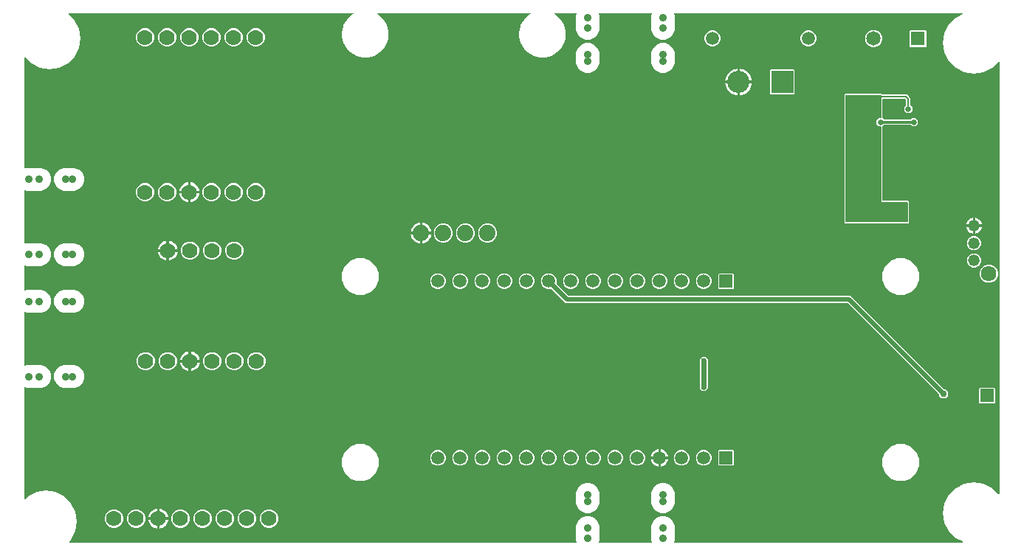
<source format=gbr>
G04 EAGLE Gerber RS-274X export*
G75*
%MOMM*%
%FSLAX34Y34*%
%LPD*%
%INBottom Copper*%
%IPPOS*%
%AMOC8*
5,1,8,0,0,1.08239X$1,22.5*%
G01*
%ADD10C,1.879600*%
%ADD11C,1.778000*%
%ADD12R,1.500000X1.500000*%
%ADD13C,1.500000*%
%ADD14C,1.320800*%
%ADD15C,1.790700*%
%ADD16R,2.550000X2.550000*%
%ADD17C,2.550000*%
%ADD18R,1.650000X1.650000*%
%ADD19C,1.650000*%
%ADD20C,0.914400*%
%ADD21C,0.655600*%
%ADD22C,0.203200*%
%ADD23C,0.605600*%
%ADD24C,0.609600*%
%ADD25C,0.304800*%
%ADD26C,0.755600*%
%ADD27C,0.508000*%

G36*
X723643Y55919D02*
X723643Y55919D01*
X723692Y55917D01*
X723762Y55938D01*
X723835Y55950D01*
X723878Y55974D01*
X723925Y55988D01*
X723985Y56031D01*
X724050Y56065D01*
X724084Y56101D01*
X724124Y56130D01*
X724167Y56190D01*
X724217Y56243D01*
X724237Y56288D01*
X724266Y56328D01*
X724287Y56399D01*
X724318Y56466D01*
X724323Y56515D01*
X724337Y56561D01*
X724335Y56635D01*
X724342Y56709D01*
X724331Y56756D01*
X724329Y56805D01*
X724287Y56945D01*
X724287Y56946D01*
X724286Y56946D01*
X724286Y56947D01*
X723611Y58577D01*
X723611Y75769D01*
X725622Y80624D01*
X729338Y84340D01*
X734193Y86351D01*
X739447Y86351D01*
X744302Y84340D01*
X748018Y80624D01*
X750029Y75769D01*
X750029Y58577D01*
X749354Y56947D01*
X749342Y56899D01*
X749322Y56854D01*
X749315Y56781D01*
X749298Y56709D01*
X749303Y56660D01*
X749298Y56611D01*
X749315Y56540D01*
X749322Y56466D01*
X749342Y56422D01*
X749353Y56374D01*
X749392Y56311D01*
X749423Y56244D01*
X749456Y56208D01*
X749482Y56166D01*
X749539Y56120D01*
X749589Y56066D01*
X749633Y56043D01*
X749671Y56011D01*
X749739Y55985D01*
X749805Y55951D01*
X749853Y55943D01*
X749899Y55925D01*
X750044Y55911D01*
X750045Y55911D01*
X750046Y55911D01*
X809954Y55911D01*
X810003Y55919D01*
X810052Y55917D01*
X810122Y55938D01*
X810195Y55950D01*
X810238Y55974D01*
X810285Y55988D01*
X810345Y56031D01*
X810410Y56065D01*
X810444Y56101D01*
X810484Y56130D01*
X810527Y56190D01*
X810577Y56243D01*
X810597Y56288D01*
X810626Y56328D01*
X810647Y56399D01*
X810678Y56466D01*
X810683Y56515D01*
X810697Y56561D01*
X810695Y56635D01*
X810702Y56709D01*
X810691Y56756D01*
X810689Y56805D01*
X810647Y56945D01*
X810647Y56946D01*
X810646Y56946D01*
X810646Y56947D01*
X809971Y58577D01*
X809971Y75769D01*
X811982Y80624D01*
X815698Y84340D01*
X820553Y86351D01*
X825807Y86351D01*
X830662Y84340D01*
X834378Y80624D01*
X836389Y75769D01*
X836389Y58577D01*
X835714Y56947D01*
X835702Y56899D01*
X835682Y56854D01*
X835675Y56781D01*
X835658Y56709D01*
X835663Y56660D01*
X835658Y56611D01*
X835675Y56540D01*
X835682Y56466D01*
X835702Y56422D01*
X835713Y56374D01*
X835752Y56311D01*
X835783Y56244D01*
X835816Y56208D01*
X835842Y56166D01*
X835899Y56120D01*
X835949Y56066D01*
X835993Y56043D01*
X836031Y56011D01*
X836099Y55985D01*
X836165Y55951D01*
X836213Y55943D01*
X836259Y55925D01*
X836404Y55911D01*
X836405Y55911D01*
X836406Y55911D01*
X1166439Y55911D01*
X1166506Y55922D01*
X1166575Y55923D01*
X1166626Y55942D01*
X1166679Y55950D01*
X1166740Y55983D01*
X1166804Y56006D01*
X1166847Y56040D01*
X1166895Y56065D01*
X1166941Y56116D01*
X1166995Y56158D01*
X1167024Y56204D01*
X1167061Y56243D01*
X1167090Y56306D01*
X1167127Y56364D01*
X1167140Y56416D01*
X1167162Y56466D01*
X1167169Y56534D01*
X1167185Y56601D01*
X1167181Y56655D01*
X1167186Y56709D01*
X1167171Y56775D01*
X1167165Y56844D01*
X1167143Y56893D01*
X1167131Y56946D01*
X1167095Y57005D01*
X1167067Y57067D01*
X1167031Y57108D01*
X1167002Y57154D01*
X1166949Y57197D01*
X1166903Y57248D01*
X1166833Y57293D01*
X1166814Y57308D01*
X1166801Y57313D01*
X1166779Y57328D01*
X1159103Y61238D01*
X1151238Y69103D01*
X1146189Y79014D01*
X1144449Y90000D01*
X1146189Y100986D01*
X1151238Y110897D01*
X1159103Y118762D01*
X1169014Y123811D01*
X1180000Y125551D01*
X1190986Y123811D01*
X1200897Y118762D01*
X1207810Y111848D01*
X1207870Y111805D01*
X1207924Y111755D01*
X1207968Y111735D01*
X1208009Y111706D01*
X1208079Y111685D01*
X1208146Y111654D01*
X1208195Y111649D01*
X1208242Y111635D01*
X1208315Y111637D01*
X1208389Y111630D01*
X1208437Y111641D01*
X1208486Y111643D01*
X1208555Y111669D01*
X1208626Y111685D01*
X1208668Y111711D01*
X1208714Y111729D01*
X1208771Y111775D01*
X1208834Y111814D01*
X1208865Y111852D01*
X1208903Y111883D01*
X1208942Y111946D01*
X1208989Y112003D01*
X1209006Y112049D01*
X1209032Y112091D01*
X1209049Y112162D01*
X1209075Y112231D01*
X1209082Y112304D01*
X1209088Y112328D01*
X1209086Y112345D01*
X1209089Y112378D01*
X1209089Y607622D01*
X1209077Y607695D01*
X1209075Y607768D01*
X1209058Y607814D01*
X1209050Y607863D01*
X1209015Y607928D01*
X1208989Y607996D01*
X1208958Y608035D01*
X1208935Y608078D01*
X1208881Y608128D01*
X1208834Y608185D01*
X1208793Y608211D01*
X1208757Y608245D01*
X1208690Y608275D01*
X1208627Y608314D01*
X1208579Y608325D01*
X1208534Y608346D01*
X1208461Y608353D01*
X1208390Y608370D01*
X1208341Y608365D01*
X1208291Y608370D01*
X1208220Y608353D01*
X1208147Y608346D01*
X1208102Y608326D01*
X1208054Y608315D01*
X1207991Y608276D01*
X1207924Y608246D01*
X1207868Y608199D01*
X1207846Y608186D01*
X1207836Y608173D01*
X1207810Y608152D01*
X1200897Y601238D01*
X1190986Y596189D01*
X1180000Y594449D01*
X1169014Y596189D01*
X1159103Y601238D01*
X1151238Y609103D01*
X1146189Y619014D01*
X1144449Y630000D01*
X1146189Y640986D01*
X1151238Y650897D01*
X1159103Y658762D01*
X1166779Y662672D01*
X1166834Y662713D01*
X1166895Y662745D01*
X1166932Y662785D01*
X1166975Y662817D01*
X1167014Y662873D01*
X1167061Y662924D01*
X1167084Y662973D01*
X1167115Y663017D01*
X1167134Y663083D01*
X1167162Y663146D01*
X1167168Y663200D01*
X1167183Y663252D01*
X1167179Y663320D01*
X1167186Y663389D01*
X1167174Y663441D01*
X1167172Y663495D01*
X1167147Y663559D01*
X1167131Y663626D01*
X1167102Y663672D01*
X1167083Y663723D01*
X1167039Y663775D01*
X1167002Y663834D01*
X1166960Y663868D01*
X1166926Y663909D01*
X1166867Y663945D01*
X1166814Y663989D01*
X1166763Y664008D01*
X1166717Y664036D01*
X1166650Y664051D01*
X1166586Y664075D01*
X1166502Y664083D01*
X1166478Y664088D01*
X1166465Y664087D01*
X1166439Y664089D01*
X836406Y664089D01*
X836357Y664081D01*
X836308Y664083D01*
X836238Y664062D01*
X836165Y664050D01*
X836122Y664026D01*
X836075Y664012D01*
X836015Y663969D01*
X835950Y663935D01*
X835916Y663899D01*
X835876Y663870D01*
X835833Y663810D01*
X835783Y663757D01*
X835763Y663712D01*
X835734Y663672D01*
X835713Y663601D01*
X835682Y663534D01*
X835677Y663485D01*
X835663Y663439D01*
X835665Y663365D01*
X835658Y663291D01*
X835669Y663244D01*
X835671Y663195D01*
X835713Y663055D01*
X835713Y663054D01*
X835714Y663053D01*
X836389Y661423D01*
X836389Y644231D01*
X834378Y639376D01*
X830662Y635660D01*
X825807Y633649D01*
X820553Y633649D01*
X815698Y635660D01*
X811982Y639376D01*
X809971Y644231D01*
X809971Y661423D01*
X810646Y663053D01*
X810658Y663101D01*
X810678Y663146D01*
X810685Y663219D01*
X810702Y663291D01*
X810697Y663340D01*
X810702Y663389D01*
X810685Y663460D01*
X810678Y663534D01*
X810658Y663578D01*
X810647Y663626D01*
X810608Y663689D01*
X810577Y663756D01*
X810544Y663792D01*
X810518Y663834D01*
X810461Y663880D01*
X810411Y663934D01*
X810367Y663957D01*
X810329Y663989D01*
X810261Y664015D01*
X810195Y664049D01*
X810147Y664057D01*
X810101Y664075D01*
X809956Y664089D01*
X809955Y664089D01*
X809954Y664089D01*
X750046Y664089D01*
X749997Y664081D01*
X749948Y664083D01*
X749878Y664062D01*
X749805Y664050D01*
X749762Y664026D01*
X749715Y664012D01*
X749655Y663969D01*
X749590Y663935D01*
X749556Y663899D01*
X749516Y663870D01*
X749473Y663810D01*
X749423Y663757D01*
X749403Y663712D01*
X749374Y663672D01*
X749353Y663601D01*
X749322Y663534D01*
X749317Y663485D01*
X749303Y663439D01*
X749305Y663365D01*
X749298Y663291D01*
X749309Y663244D01*
X749311Y663195D01*
X749353Y663055D01*
X749353Y663054D01*
X749354Y663053D01*
X750029Y661423D01*
X750029Y644231D01*
X748018Y639376D01*
X744302Y635660D01*
X739447Y633649D01*
X734193Y633649D01*
X729338Y635660D01*
X725622Y639376D01*
X723611Y644231D01*
X723611Y661423D01*
X724286Y663053D01*
X724298Y663101D01*
X724318Y663146D01*
X724325Y663219D01*
X724342Y663291D01*
X724337Y663340D01*
X724342Y663389D01*
X724325Y663460D01*
X724318Y663534D01*
X724298Y663578D01*
X724287Y663626D01*
X724248Y663689D01*
X724217Y663756D01*
X724184Y663792D01*
X724158Y663834D01*
X724101Y663880D01*
X724051Y663934D01*
X724007Y663957D01*
X723969Y663989D01*
X723901Y664015D01*
X723835Y664049D01*
X723787Y664057D01*
X723741Y664075D01*
X723596Y664089D01*
X723595Y664089D01*
X723594Y664089D01*
X699375Y664089D01*
X699327Y664081D01*
X699278Y664083D01*
X699207Y664062D01*
X699135Y664050D01*
X699091Y664026D01*
X699044Y664012D01*
X698984Y663969D01*
X698919Y663935D01*
X698886Y663899D01*
X698846Y663870D01*
X698803Y663810D01*
X698752Y663757D01*
X698732Y663712D01*
X698703Y663672D01*
X698682Y663601D01*
X698652Y663534D01*
X698647Y663485D01*
X698632Y663438D01*
X698635Y663365D01*
X698628Y663291D01*
X698639Y663244D01*
X698640Y663194D01*
X698666Y663126D01*
X698683Y663054D01*
X698709Y663012D01*
X698726Y662966D01*
X698773Y662909D01*
X698812Y662846D01*
X698850Y662815D01*
X698881Y662777D01*
X698999Y662692D01*
X699000Y662692D01*
X699000Y662691D01*
X699001Y662691D01*
X701476Y661262D01*
X706442Y656296D01*
X709953Y650215D01*
X711771Y643431D01*
X711771Y636409D01*
X711668Y636025D01*
X711668Y636024D01*
X711467Y635275D01*
X711266Y634526D01*
X711066Y633777D01*
X711065Y633777D01*
X710664Y632278D01*
X710463Y631529D01*
X710062Y630031D01*
X710062Y630030D01*
X709953Y629625D01*
X706442Y623544D01*
X701476Y618578D01*
X695395Y615067D01*
X688611Y613249D01*
X681589Y613249D01*
X674805Y615067D01*
X668724Y618578D01*
X663758Y623544D01*
X660247Y629625D01*
X658429Y636409D01*
X658429Y643431D01*
X658750Y644627D01*
X658950Y645376D01*
X659352Y646875D01*
X659553Y647624D01*
X659954Y649122D01*
X659954Y649123D01*
X660155Y649872D01*
X660247Y650215D01*
X663758Y656296D01*
X668724Y661262D01*
X671199Y662691D01*
X671237Y662722D01*
X671281Y662745D01*
X671331Y662799D01*
X671388Y662846D01*
X671414Y662888D01*
X671448Y662924D01*
X671478Y662990D01*
X671517Y663053D01*
X671528Y663101D01*
X671548Y663146D01*
X671556Y663219D01*
X671572Y663291D01*
X671568Y663340D01*
X671572Y663389D01*
X671556Y663460D01*
X671549Y663534D01*
X671528Y663578D01*
X671517Y663626D01*
X671478Y663689D01*
X671448Y663756D01*
X671414Y663792D01*
X671388Y663834D01*
X671332Y663880D01*
X671281Y663934D01*
X671238Y663957D01*
X671200Y663989D01*
X671131Y664014D01*
X671066Y664049D01*
X671018Y664057D01*
X670972Y664075D01*
X670827Y664089D01*
X670825Y664089D01*
X496175Y664089D01*
X496127Y664081D01*
X496078Y664083D01*
X496007Y664062D01*
X495935Y664050D01*
X495891Y664026D01*
X495844Y664012D01*
X495784Y663969D01*
X495719Y663935D01*
X495686Y663899D01*
X495646Y663870D01*
X495603Y663810D01*
X495552Y663757D01*
X495532Y663712D01*
X495504Y663672D01*
X495482Y663601D01*
X495452Y663534D01*
X495447Y663485D01*
X495433Y663438D01*
X495435Y663365D01*
X495428Y663291D01*
X495439Y663244D01*
X495440Y663194D01*
X495466Y663126D01*
X495483Y663054D01*
X495509Y663012D01*
X495526Y662966D01*
X495573Y662909D01*
X495612Y662846D01*
X495650Y662815D01*
X495681Y662777D01*
X495799Y662692D01*
X495800Y662692D01*
X495800Y662691D01*
X495801Y662691D01*
X498276Y661262D01*
X503242Y656296D01*
X506753Y650215D01*
X508571Y643431D01*
X508571Y636409D01*
X508468Y636025D01*
X508468Y636024D01*
X508267Y635275D01*
X508066Y634526D01*
X507866Y633777D01*
X507865Y633777D01*
X507464Y632278D01*
X507263Y631529D01*
X506862Y630031D01*
X506862Y630030D01*
X506753Y629625D01*
X503242Y623544D01*
X498276Y618578D01*
X492195Y615067D01*
X485411Y613249D01*
X478389Y613249D01*
X471605Y615067D01*
X465524Y618578D01*
X460558Y623544D01*
X457047Y629625D01*
X455229Y636409D01*
X455229Y643431D01*
X455550Y644627D01*
X455750Y645376D01*
X456152Y646875D01*
X456353Y647624D01*
X456754Y649122D01*
X456754Y649123D01*
X456955Y649872D01*
X457047Y650215D01*
X460558Y656296D01*
X465524Y661262D01*
X467999Y662691D01*
X468037Y662722D01*
X468081Y662745D01*
X468131Y662799D01*
X468188Y662846D01*
X468214Y662888D01*
X468248Y662924D01*
X468278Y662990D01*
X468317Y663053D01*
X468328Y663101D01*
X468348Y663146D01*
X468356Y663219D01*
X468372Y663291D01*
X468368Y663340D01*
X468372Y663389D01*
X468356Y663460D01*
X468349Y663534D01*
X468328Y663578D01*
X468317Y663626D01*
X468278Y663689D01*
X468248Y663756D01*
X468214Y663792D01*
X468188Y663834D01*
X468132Y663880D01*
X468081Y663934D01*
X468038Y663957D01*
X468000Y663989D01*
X467931Y664015D01*
X467866Y664049D01*
X467818Y664057D01*
X467772Y664075D01*
X467627Y664089D01*
X467625Y664089D01*
X142098Y664089D01*
X142025Y664077D01*
X141952Y664075D01*
X141906Y664058D01*
X141857Y664050D01*
X141792Y664015D01*
X141724Y663989D01*
X141685Y663958D01*
X141642Y663935D01*
X141592Y663881D01*
X141535Y663834D01*
X141509Y663793D01*
X141475Y663757D01*
X141445Y663690D01*
X141406Y663627D01*
X141395Y663579D01*
X141374Y663534D01*
X141367Y663461D01*
X141350Y663390D01*
X141355Y663341D01*
X141350Y663291D01*
X141367Y663220D01*
X141374Y663147D01*
X141394Y663102D01*
X141405Y663054D01*
X141444Y662991D01*
X141474Y662924D01*
X141521Y662868D01*
X141534Y662846D01*
X141547Y662836D01*
X141568Y662810D01*
X148722Y655657D01*
X153771Y645746D01*
X155511Y634760D01*
X153771Y623774D01*
X148722Y613863D01*
X140857Y605998D01*
X130946Y600949D01*
X119960Y599209D01*
X108974Y600949D01*
X99063Y605998D01*
X92190Y612872D01*
X92130Y612915D01*
X92076Y612965D01*
X92032Y612985D01*
X91991Y613014D01*
X91921Y613035D01*
X91854Y613066D01*
X91805Y613071D01*
X91758Y613085D01*
X91685Y613083D01*
X91611Y613090D01*
X91563Y613079D01*
X91514Y613077D01*
X91445Y613051D01*
X91374Y613035D01*
X91332Y613009D01*
X91286Y612991D01*
X91229Y612945D01*
X91166Y612906D01*
X91135Y612868D01*
X91097Y612837D01*
X91058Y612774D01*
X91011Y612717D01*
X90994Y612671D01*
X90968Y612629D01*
X90951Y612558D01*
X90925Y612489D01*
X90918Y612416D01*
X90912Y612392D01*
X90914Y612375D01*
X90911Y612342D01*
X90911Y486406D01*
X90919Y486357D01*
X90917Y486308D01*
X90938Y486238D01*
X90950Y486165D01*
X90974Y486122D01*
X90988Y486075D01*
X91031Y486015D01*
X91065Y485950D01*
X91101Y485916D01*
X91130Y485876D01*
X91190Y485833D01*
X91243Y485783D01*
X91288Y485763D01*
X91328Y485734D01*
X91399Y485713D01*
X91466Y485682D01*
X91515Y485677D01*
X91561Y485663D01*
X91635Y485665D01*
X91709Y485658D01*
X91756Y485669D01*
X91805Y485671D01*
X91945Y485713D01*
X91946Y485713D01*
X91947Y485714D01*
X93577Y486389D01*
X110769Y486389D01*
X115624Y484378D01*
X119340Y480662D01*
X121351Y475807D01*
X121351Y470553D01*
X119340Y465698D01*
X115624Y461982D01*
X110769Y459971D01*
X93577Y459971D01*
X91947Y460646D01*
X91899Y460658D01*
X91854Y460678D01*
X91781Y460685D01*
X91709Y460702D01*
X91660Y460697D01*
X91611Y460702D01*
X91540Y460685D01*
X91466Y460678D01*
X91422Y460658D01*
X91374Y460647D01*
X91311Y460608D01*
X91244Y460577D01*
X91208Y460544D01*
X91166Y460518D01*
X91120Y460461D01*
X91066Y460411D01*
X91043Y460367D01*
X91011Y460329D01*
X90985Y460261D01*
X90951Y460195D01*
X90943Y460147D01*
X90925Y460101D01*
X90911Y459956D01*
X90911Y459955D01*
X90911Y459954D01*
X90911Y400046D01*
X90919Y399997D01*
X90917Y399948D01*
X90938Y399878D01*
X90950Y399805D01*
X90974Y399762D01*
X90988Y399715D01*
X91031Y399655D01*
X91065Y399590D01*
X91101Y399556D01*
X91130Y399516D01*
X91190Y399473D01*
X91243Y399423D01*
X91288Y399403D01*
X91328Y399374D01*
X91399Y399353D01*
X91466Y399322D01*
X91515Y399317D01*
X91561Y399303D01*
X91635Y399305D01*
X91709Y399298D01*
X91756Y399309D01*
X91805Y399311D01*
X91945Y399353D01*
X91946Y399353D01*
X91947Y399354D01*
X93577Y400029D01*
X110769Y400029D01*
X115624Y398018D01*
X119340Y394302D01*
X121351Y389447D01*
X121351Y384193D01*
X119340Y379338D01*
X115624Y375622D01*
X110769Y373611D01*
X93577Y373611D01*
X91947Y374286D01*
X91899Y374298D01*
X91854Y374318D01*
X91829Y374320D01*
X91810Y374327D01*
X91742Y374334D01*
X91709Y374342D01*
X91687Y374340D01*
X91664Y374342D01*
X91660Y374342D01*
X91641Y374339D01*
X91611Y374342D01*
X91540Y374325D01*
X91466Y374318D01*
X91439Y374305D01*
X91419Y374302D01*
X91402Y374293D01*
X91374Y374287D01*
X91311Y374248D01*
X91244Y374217D01*
X91222Y374197D01*
X91204Y374187D01*
X91191Y374173D01*
X91166Y374158D01*
X91120Y374101D01*
X91066Y374051D01*
X91052Y374025D01*
X91037Y374009D01*
X91029Y373990D01*
X91011Y373969D01*
X90985Y373901D01*
X90951Y373835D01*
X90946Y373809D01*
X90936Y373787D01*
X90934Y373765D01*
X90925Y373741D01*
X90911Y373596D01*
X90911Y373595D01*
X90911Y373594D01*
X90911Y346406D01*
X90919Y346357D01*
X90917Y346308D01*
X90938Y346238D01*
X90950Y346165D01*
X90974Y346122D01*
X90988Y346075D01*
X91031Y346015D01*
X91065Y345950D01*
X91101Y345916D01*
X91130Y345876D01*
X91190Y345833D01*
X91243Y345783D01*
X91288Y345763D01*
X91328Y345734D01*
X91399Y345713D01*
X91466Y345682D01*
X91515Y345677D01*
X91561Y345663D01*
X91635Y345665D01*
X91709Y345658D01*
X91756Y345669D01*
X91805Y345671D01*
X91945Y345713D01*
X91946Y345713D01*
X91946Y345714D01*
X91947Y345714D01*
X93577Y346389D01*
X110769Y346389D01*
X115624Y344378D01*
X119340Y340662D01*
X121351Y335807D01*
X121351Y330553D01*
X119340Y325698D01*
X115624Y321982D01*
X110769Y319971D01*
X93577Y319971D01*
X91947Y320646D01*
X91899Y320658D01*
X91854Y320678D01*
X91781Y320685D01*
X91709Y320702D01*
X91660Y320697D01*
X91611Y320702D01*
X91540Y320685D01*
X91466Y320678D01*
X91422Y320658D01*
X91374Y320647D01*
X91311Y320608D01*
X91244Y320577D01*
X91208Y320544D01*
X91166Y320518D01*
X91120Y320461D01*
X91066Y320411D01*
X91043Y320367D01*
X91011Y320329D01*
X90985Y320261D01*
X90951Y320195D01*
X90943Y320147D01*
X90925Y320101D01*
X90911Y319956D01*
X90911Y319955D01*
X90911Y319954D01*
X90911Y260046D01*
X90919Y259997D01*
X90917Y259948D01*
X90938Y259878D01*
X90950Y259805D01*
X90974Y259762D01*
X90988Y259715D01*
X91031Y259655D01*
X91065Y259590D01*
X91101Y259556D01*
X91130Y259516D01*
X91190Y259473D01*
X91243Y259423D01*
X91288Y259403D01*
X91328Y259374D01*
X91399Y259353D01*
X91466Y259322D01*
X91515Y259317D01*
X91561Y259303D01*
X91635Y259305D01*
X91709Y259298D01*
X91756Y259309D01*
X91805Y259311D01*
X91945Y259353D01*
X91946Y259353D01*
X91946Y259354D01*
X91947Y259354D01*
X93577Y260029D01*
X110769Y260029D01*
X115624Y258018D01*
X119340Y254302D01*
X121351Y249447D01*
X121351Y244193D01*
X119340Y239338D01*
X115624Y235622D01*
X110769Y233611D01*
X93577Y233611D01*
X91947Y234286D01*
X91899Y234298D01*
X91854Y234318D01*
X91781Y234325D01*
X91709Y234342D01*
X91660Y234337D01*
X91611Y234342D01*
X91540Y234325D01*
X91466Y234318D01*
X91422Y234298D01*
X91374Y234287D01*
X91311Y234248D01*
X91244Y234217D01*
X91208Y234184D01*
X91166Y234158D01*
X91120Y234101D01*
X91066Y234051D01*
X91043Y234007D01*
X91011Y233969D01*
X90985Y233901D01*
X90951Y233835D01*
X90943Y233787D01*
X90925Y233741D01*
X90911Y233596D01*
X90911Y233595D01*
X90911Y233594D01*
X90911Y106778D01*
X90923Y106705D01*
X90925Y106632D01*
X90942Y106586D01*
X90950Y106537D01*
X90985Y106472D01*
X91011Y106404D01*
X91042Y106365D01*
X91065Y106322D01*
X91119Y106272D01*
X91166Y106215D01*
X91207Y106189D01*
X91243Y106155D01*
X91310Y106125D01*
X91373Y106086D01*
X91421Y106075D01*
X91466Y106054D01*
X91539Y106047D01*
X91610Y106030D01*
X91659Y106035D01*
X91709Y106030D01*
X91780Y106047D01*
X91853Y106054D01*
X91898Y106074D01*
X91946Y106085D01*
X92009Y106124D01*
X92076Y106154D01*
X92132Y106201D01*
X92154Y106214D01*
X92164Y106227D01*
X92190Y106248D01*
X94963Y109022D01*
X104874Y114071D01*
X115860Y115811D01*
X126846Y114071D01*
X136757Y109022D01*
X144622Y101157D01*
X149671Y91246D01*
X151411Y80260D01*
X149671Y69274D01*
X144622Y59363D01*
X142448Y57190D01*
X142405Y57130D01*
X142355Y57076D01*
X142335Y57032D01*
X142306Y56991D01*
X142285Y56921D01*
X142254Y56854D01*
X142249Y56805D01*
X142235Y56758D01*
X142237Y56685D01*
X142230Y56611D01*
X142241Y56563D01*
X142243Y56514D01*
X142269Y56445D01*
X142285Y56374D01*
X142311Y56332D01*
X142329Y56286D01*
X142375Y56229D01*
X142414Y56166D01*
X142452Y56135D01*
X142483Y56097D01*
X142546Y56058D01*
X142603Y56011D01*
X142649Y55994D01*
X142691Y55968D01*
X142762Y55951D01*
X142831Y55925D01*
X142904Y55918D01*
X142928Y55912D01*
X142945Y55914D01*
X142978Y55911D01*
X723594Y55911D01*
X723643Y55919D01*
G37*
%LPC*%
G36*
X1107111Y558762D02*
X1107111Y558762D01*
X1107126Y558669D01*
X1107133Y558586D01*
X1107135Y558580D01*
X1107136Y558568D01*
X1107146Y558546D01*
X1107150Y558521D01*
X1107196Y558435D01*
X1107202Y558422D01*
X1107229Y558359D01*
X1107233Y558355D01*
X1107237Y558346D01*
X1107258Y558320D01*
X1107265Y558306D01*
X1107284Y558289D01*
X1107330Y558232D01*
X1109373Y556189D01*
X1109373Y552211D01*
X1106559Y549397D01*
X1102581Y549397D01*
X1099767Y552211D01*
X1099767Y556189D01*
X1101810Y558232D01*
X1101865Y558309D01*
X1101919Y558372D01*
X1101921Y558377D01*
X1101929Y558386D01*
X1101937Y558410D01*
X1101952Y558430D01*
X1101980Y558524D01*
X1101984Y558534D01*
X1102011Y558600D01*
X1102011Y558606D01*
X1102015Y558615D01*
X1102018Y558648D01*
X1102023Y558664D01*
X1102022Y558689D01*
X1102029Y558762D01*
X1102029Y564267D01*
X1102014Y564360D01*
X1102007Y564443D01*
X1102005Y564449D01*
X1102004Y564460D01*
X1101994Y564483D01*
X1101990Y564508D01*
X1101944Y564594D01*
X1101938Y564607D01*
X1101911Y564670D01*
X1101907Y564674D01*
X1101903Y564683D01*
X1101882Y564709D01*
X1101875Y564723D01*
X1101856Y564740D01*
X1101810Y564797D01*
X1101201Y565406D01*
X1101200Y565406D01*
X1101197Y565410D01*
X1101121Y565465D01*
X1101057Y565519D01*
X1101051Y565521D01*
X1101042Y565529D01*
X1101019Y565537D01*
X1100999Y565552D01*
X1100905Y565580D01*
X1100895Y565584D01*
X1100829Y565611D01*
X1100823Y565611D01*
X1100814Y565615D01*
X1100781Y565618D01*
X1100765Y565623D01*
X1100740Y565622D01*
X1100667Y565629D01*
X1075856Y565629D01*
X1075832Y565625D01*
X1075807Y565628D01*
X1075712Y565606D01*
X1075615Y565590D01*
X1075594Y565578D01*
X1075570Y565572D01*
X1075486Y565521D01*
X1075400Y565475D01*
X1075383Y565457D01*
X1075362Y565444D01*
X1075300Y565368D01*
X1075233Y565297D01*
X1075223Y565274D01*
X1075207Y565255D01*
X1075173Y565164D01*
X1075132Y565074D01*
X1075130Y565050D01*
X1075121Y565027D01*
X1075107Y564880D01*
X1075107Y543776D01*
X1075123Y543679D01*
X1075132Y543582D01*
X1075142Y543560D01*
X1075146Y543535D01*
X1075192Y543449D01*
X1075233Y543360D01*
X1075254Y543334D01*
X1075261Y543320D01*
X1075280Y543303D01*
X1075326Y543246D01*
X1076344Y542228D01*
X1076423Y542171D01*
X1076498Y542109D01*
X1076522Y542101D01*
X1076542Y542086D01*
X1076636Y542058D01*
X1076727Y542023D01*
X1076760Y542020D01*
X1076776Y542015D01*
X1076801Y542016D01*
X1076874Y542009D01*
X1106866Y542009D01*
X1106959Y542024D01*
X1107042Y542031D01*
X1107048Y542033D01*
X1107060Y542034D01*
X1107082Y542044D01*
X1107107Y542048D01*
X1107193Y542094D01*
X1107205Y542100D01*
X1107269Y542127D01*
X1107273Y542131D01*
X1107282Y542135D01*
X1107308Y542156D01*
X1107322Y542163D01*
X1107339Y542182D01*
X1107396Y542228D01*
X1108931Y543763D01*
X1112909Y543763D01*
X1115723Y540949D01*
X1115723Y536971D01*
X1112909Y534157D01*
X1108931Y534157D01*
X1107396Y535692D01*
X1107319Y535747D01*
X1107256Y535801D01*
X1107250Y535803D01*
X1107242Y535811D01*
X1107218Y535819D01*
X1107198Y535834D01*
X1107104Y535862D01*
X1107094Y535866D01*
X1107028Y535893D01*
X1107022Y535893D01*
X1107013Y535897D01*
X1106980Y535900D01*
X1106964Y535905D01*
X1106939Y535904D01*
X1106866Y535911D01*
X1076874Y535911D01*
X1076777Y535895D01*
X1076680Y535886D01*
X1076658Y535876D01*
X1076633Y535872D01*
X1076547Y535826D01*
X1076458Y535785D01*
X1076432Y535764D01*
X1076418Y535757D01*
X1076401Y535738D01*
X1076344Y535692D01*
X1075326Y534674D01*
X1075269Y534595D01*
X1075207Y534520D01*
X1075199Y534496D01*
X1075184Y534476D01*
X1075156Y534382D01*
X1075121Y534291D01*
X1075118Y534258D01*
X1075113Y534242D01*
X1075114Y534217D01*
X1075107Y534144D01*
X1075107Y449286D01*
X1075111Y449262D01*
X1075108Y449237D01*
X1075130Y449142D01*
X1075146Y449045D01*
X1075158Y449024D01*
X1075164Y449000D01*
X1075215Y448916D01*
X1075261Y448830D01*
X1075279Y448813D01*
X1075292Y448792D01*
X1075368Y448730D01*
X1075439Y448663D01*
X1075462Y448653D01*
X1075481Y448637D01*
X1075572Y448603D01*
X1075662Y448562D01*
X1075686Y448560D01*
X1075709Y448551D01*
X1075856Y448537D01*
X1104247Y448537D01*
X1105587Y447197D01*
X1105587Y423713D01*
X1104247Y422373D01*
X1032503Y422373D01*
X1031163Y423713D01*
X1031163Y570387D01*
X1032503Y571727D01*
X1073767Y571727D01*
X1074564Y570930D01*
X1074643Y570873D01*
X1074718Y570811D01*
X1074742Y570803D01*
X1074762Y570788D01*
X1074855Y570760D01*
X1074947Y570725D01*
X1074980Y570722D01*
X1074996Y570717D01*
X1075020Y570718D01*
X1075094Y570711D01*
X1103082Y570711D01*
X1104790Y569003D01*
X1104891Y568902D01*
X1105399Y568394D01*
X1105400Y568394D01*
X1107111Y566682D01*
X1107111Y558762D01*
G37*
%LPD*%
G36*
X1103320Y423902D02*
X1103320Y423902D01*
X1103339Y423900D01*
X1103441Y423922D01*
X1103543Y423939D01*
X1103560Y423948D01*
X1103580Y423952D01*
X1103669Y424005D01*
X1103760Y424054D01*
X1103774Y424068D01*
X1103791Y424078D01*
X1103858Y424157D01*
X1103930Y424232D01*
X1103938Y424250D01*
X1103951Y424265D01*
X1103990Y424361D01*
X1104033Y424455D01*
X1104035Y424475D01*
X1104043Y424493D01*
X1104061Y424660D01*
X1104061Y446250D01*
X1104058Y446270D01*
X1104060Y446289D01*
X1104038Y446391D01*
X1104022Y446493D01*
X1104012Y446510D01*
X1104008Y446530D01*
X1103955Y446619D01*
X1103906Y446710D01*
X1103892Y446724D01*
X1103882Y446741D01*
X1103803Y446808D01*
X1103728Y446880D01*
X1103710Y446888D01*
X1103695Y446901D01*
X1103599Y446940D01*
X1103505Y446983D01*
X1103485Y446985D01*
X1103467Y446993D01*
X1103300Y447011D01*
X1074405Y447011D01*
X1073581Y447835D01*
X1073581Y533396D01*
X1073578Y533416D01*
X1073580Y533435D01*
X1073558Y533537D01*
X1073542Y533639D01*
X1073532Y533656D01*
X1073528Y533676D01*
X1073475Y533765D01*
X1073426Y533856D01*
X1073412Y533870D01*
X1073402Y533887D01*
X1073323Y533954D01*
X1073248Y534026D01*
X1073230Y534034D01*
X1073215Y534047D01*
X1073119Y534086D01*
X1073025Y534129D01*
X1073005Y534131D01*
X1072987Y534139D01*
X1072820Y534157D01*
X1070831Y534157D01*
X1068017Y536971D01*
X1068017Y540949D01*
X1070831Y543763D01*
X1072820Y543763D01*
X1072840Y543766D01*
X1072859Y543764D01*
X1072961Y543786D01*
X1073063Y543802D01*
X1073080Y543812D01*
X1073100Y543816D01*
X1073189Y543869D01*
X1073280Y543918D01*
X1073294Y543932D01*
X1073311Y543942D01*
X1073378Y544021D01*
X1073450Y544096D01*
X1073458Y544114D01*
X1073471Y544129D01*
X1073510Y544225D01*
X1073553Y544319D01*
X1073555Y544339D01*
X1073563Y544357D01*
X1073581Y544524D01*
X1073581Y569440D01*
X1073578Y569460D01*
X1073580Y569479D01*
X1073558Y569581D01*
X1073542Y569683D01*
X1073532Y569700D01*
X1073528Y569720D01*
X1073475Y569809D01*
X1073426Y569900D01*
X1073412Y569914D01*
X1073402Y569931D01*
X1073323Y569998D01*
X1073248Y570070D01*
X1073230Y570078D01*
X1073215Y570091D01*
X1073119Y570130D01*
X1073025Y570173D01*
X1073005Y570175D01*
X1072987Y570183D01*
X1072820Y570201D01*
X1033450Y570201D01*
X1033430Y570198D01*
X1033411Y570200D01*
X1033309Y570178D01*
X1033207Y570162D01*
X1033190Y570152D01*
X1033170Y570148D01*
X1033081Y570095D01*
X1032990Y570046D01*
X1032976Y570032D01*
X1032959Y570022D01*
X1032892Y569943D01*
X1032821Y569868D01*
X1032812Y569850D01*
X1032799Y569835D01*
X1032760Y569739D01*
X1032717Y569645D01*
X1032715Y569625D01*
X1032707Y569607D01*
X1032689Y569440D01*
X1032689Y424660D01*
X1032692Y424640D01*
X1032690Y424621D01*
X1032712Y424519D01*
X1032729Y424417D01*
X1032738Y424400D01*
X1032742Y424380D01*
X1032795Y424291D01*
X1032844Y424200D01*
X1032858Y424186D01*
X1032868Y424169D01*
X1032947Y424102D01*
X1033022Y424031D01*
X1033040Y424022D01*
X1033055Y424009D01*
X1033151Y423970D01*
X1033245Y423927D01*
X1033265Y423925D01*
X1033283Y423917D01*
X1033450Y423899D01*
X1103300Y423899D01*
X1103320Y423902D01*
G37*
%LPC*%
G36*
X1142804Y221697D02*
X1142804Y221697D01*
X1139697Y224804D01*
X1139697Y226244D01*
X1139681Y226340D01*
X1139672Y226437D01*
X1139662Y226460D01*
X1139658Y226485D01*
X1139612Y226571D01*
X1139571Y226660D01*
X1139550Y226685D01*
X1139543Y226700D01*
X1139524Y226717D01*
X1139478Y226774D01*
X1035350Y330902D01*
X1035270Y330959D01*
X1035195Y331021D01*
X1035172Y331029D01*
X1035151Y331044D01*
X1035058Y331072D01*
X1034967Y331107D01*
X1034934Y331110D01*
X1034918Y331115D01*
X1034893Y331114D01*
X1034820Y331121D01*
X711620Y331121D01*
X695501Y347241D01*
X695397Y347315D01*
X695303Y347383D01*
X695302Y347383D01*
X695205Y347413D01*
X695069Y347454D01*
X694945Y347450D01*
X694825Y347446D01*
X694824Y347446D01*
X694684Y347404D01*
X694099Y347161D01*
X690509Y347161D01*
X687192Y348535D01*
X684653Y351074D01*
X683279Y354391D01*
X683279Y357981D01*
X684653Y361298D01*
X687192Y363837D01*
X690509Y365211D01*
X694099Y365211D01*
X697416Y363837D01*
X699955Y361298D01*
X701329Y357981D01*
X701329Y354391D01*
X701086Y353806D01*
X701051Y353654D01*
X701031Y353569D01*
X701031Y353568D01*
X701043Y353442D01*
X701055Y353326D01*
X701110Y353204D01*
X701155Y353104D01*
X701156Y353103D01*
X701249Y352989D01*
X714768Y339470D01*
X714848Y339413D01*
X714923Y339351D01*
X714946Y339343D01*
X714967Y339328D01*
X715060Y339300D01*
X715151Y339265D01*
X715184Y339262D01*
X715200Y339257D01*
X715225Y339258D01*
X715298Y339251D01*
X1038498Y339251D01*
X1145226Y232522D01*
X1145306Y232465D01*
X1145381Y232403D01*
X1145404Y232395D01*
X1145425Y232380D01*
X1145518Y232352D01*
X1145609Y232317D01*
X1145642Y232314D01*
X1145658Y232309D01*
X1145683Y232310D01*
X1145756Y232303D01*
X1147196Y232303D01*
X1150303Y229196D01*
X1150303Y224804D01*
X1147196Y221697D01*
X1142804Y221697D01*
G37*
%LPD*%
%LPC*%
G36*
X471871Y340129D02*
X471871Y340129D01*
X464002Y343389D01*
X457979Y349412D01*
X454719Y357281D01*
X454719Y365799D01*
X457979Y373668D01*
X464002Y379691D01*
X471871Y382951D01*
X480389Y382951D01*
X488258Y379691D01*
X494281Y373668D01*
X497541Y365799D01*
X497541Y357281D01*
X494281Y349412D01*
X488258Y343389D01*
X480389Y340129D01*
X471871Y340129D01*
G37*
%LPD*%
%LPC*%
G36*
X1091671Y340129D02*
X1091671Y340129D01*
X1083802Y343389D01*
X1077779Y349412D01*
X1074519Y357281D01*
X1074519Y365799D01*
X1077779Y373668D01*
X1083802Y379691D01*
X1091671Y382951D01*
X1100189Y382951D01*
X1108058Y379691D01*
X1114081Y373668D01*
X1117341Y365799D01*
X1117341Y357281D01*
X1114081Y349412D01*
X1108058Y343389D01*
X1100189Y340129D01*
X1091671Y340129D01*
G37*
%LPD*%
%LPC*%
G36*
X1091671Y126729D02*
X1091671Y126729D01*
X1083802Y129989D01*
X1077779Y136012D01*
X1074519Y143881D01*
X1074519Y152399D01*
X1077779Y160268D01*
X1083802Y166291D01*
X1091671Y169551D01*
X1100189Y169551D01*
X1108058Y166291D01*
X1114081Y160268D01*
X1117341Y152399D01*
X1117341Y143881D01*
X1114081Y136012D01*
X1108058Y129989D01*
X1100189Y126729D01*
X1091671Y126729D01*
G37*
%LPD*%
%LPC*%
G36*
X471871Y126729D02*
X471871Y126729D01*
X464002Y129989D01*
X457979Y136012D01*
X454719Y143881D01*
X454719Y152399D01*
X457979Y160268D01*
X464002Y166291D01*
X471871Y169551D01*
X480389Y169551D01*
X488258Y166291D01*
X494281Y160268D01*
X497541Y152399D01*
X497541Y143881D01*
X494281Y136012D01*
X488258Y129989D01*
X480389Y126729D01*
X471871Y126729D01*
G37*
%LPD*%
%LPC*%
G36*
X946618Y570725D02*
X946618Y570725D01*
X945725Y571618D01*
X945725Y598382D01*
X946618Y599275D01*
X973382Y599275D01*
X974275Y598382D01*
X974275Y571618D01*
X973382Y570725D01*
X946618Y570725D01*
G37*
%LPD*%
%LPC*%
G36*
X135741Y459971D02*
X135741Y459971D01*
X130886Y461982D01*
X127170Y465698D01*
X125159Y470553D01*
X125159Y475807D01*
X127170Y480662D01*
X130886Y484378D01*
X135741Y486389D01*
X148869Y486389D01*
X153724Y484378D01*
X157440Y480662D01*
X159451Y475807D01*
X159451Y470553D01*
X157440Y465698D01*
X153724Y461982D01*
X148869Y459971D01*
X135741Y459971D01*
G37*
%LPD*%
%LPC*%
G36*
X135741Y233611D02*
X135741Y233611D01*
X130886Y235622D01*
X127170Y239338D01*
X125159Y244193D01*
X125159Y249447D01*
X127170Y254302D01*
X130886Y258018D01*
X135741Y260029D01*
X148869Y260029D01*
X153724Y258018D01*
X157440Y254302D01*
X159451Y249447D01*
X159451Y244193D01*
X157440Y239338D01*
X153724Y235622D01*
X148869Y233611D01*
X135741Y233611D01*
G37*
%LPD*%
%LPC*%
G36*
X820553Y595549D02*
X820553Y595549D01*
X815698Y597560D01*
X811982Y601276D01*
X809971Y606131D01*
X809971Y619259D01*
X811982Y624114D01*
X815698Y627830D01*
X820553Y629841D01*
X825807Y629841D01*
X830662Y627830D01*
X834378Y624114D01*
X836389Y619259D01*
X836389Y606131D01*
X834378Y601276D01*
X830662Y597560D01*
X825807Y595549D01*
X820553Y595549D01*
G37*
%LPD*%
%LPC*%
G36*
X135741Y319971D02*
X135741Y319971D01*
X130886Y321982D01*
X127170Y325698D01*
X125159Y330553D01*
X125159Y335807D01*
X127170Y340662D01*
X130886Y344378D01*
X135741Y346389D01*
X148869Y346389D01*
X153724Y344378D01*
X157440Y340662D01*
X159451Y335807D01*
X159451Y330553D01*
X157440Y325698D01*
X153724Y321982D01*
X148869Y319971D01*
X135741Y319971D01*
G37*
%LPD*%
%LPC*%
G36*
X734193Y595549D02*
X734193Y595549D01*
X729338Y597560D01*
X725622Y601276D01*
X723611Y606131D01*
X723611Y619259D01*
X725622Y624114D01*
X729338Y627830D01*
X734193Y629841D01*
X739447Y629841D01*
X744302Y627830D01*
X748018Y624114D01*
X750029Y619259D01*
X750029Y606131D01*
X748018Y601276D01*
X744302Y597560D01*
X739447Y595549D01*
X734193Y595549D01*
G37*
%LPD*%
%LPC*%
G36*
X820553Y90159D02*
X820553Y90159D01*
X815698Y92170D01*
X811982Y95886D01*
X809971Y100741D01*
X809971Y113869D01*
X811982Y118724D01*
X815698Y122440D01*
X820553Y124451D01*
X825807Y124451D01*
X830662Y122440D01*
X834378Y118724D01*
X836389Y113869D01*
X836389Y100741D01*
X834378Y95886D01*
X830662Y92170D01*
X825807Y90159D01*
X820553Y90159D01*
G37*
%LPD*%
%LPC*%
G36*
X135741Y373611D02*
X135741Y373611D01*
X130886Y375622D01*
X127170Y379338D01*
X125159Y384193D01*
X125159Y389447D01*
X127170Y394302D01*
X130886Y398018D01*
X135741Y400029D01*
X148869Y400029D01*
X153724Y398018D01*
X157440Y394302D01*
X159451Y389447D01*
X159451Y384193D01*
X157440Y379338D01*
X153724Y375622D01*
X148869Y373611D01*
X135741Y373611D01*
G37*
%LPD*%
%LPC*%
G36*
X734193Y90159D02*
X734193Y90159D01*
X729338Y92170D01*
X725622Y95886D01*
X723611Y100741D01*
X723611Y113869D01*
X725622Y118724D01*
X729338Y122440D01*
X734193Y124451D01*
X739447Y124451D01*
X744302Y122440D01*
X748018Y118724D01*
X750029Y113869D01*
X750029Y100741D01*
X748018Y95886D01*
X744302Y92170D01*
X739447Y90159D01*
X734193Y90159D01*
G37*
%LPD*%
%LPC*%
G36*
X1106518Y625225D02*
X1106518Y625225D01*
X1105625Y626118D01*
X1105625Y643882D01*
X1106518Y644775D01*
X1124282Y644775D01*
X1125175Y643882D01*
X1125175Y626118D01*
X1124282Y625225D01*
X1106518Y625225D01*
G37*
%LPD*%
%LPC*%
G36*
X594547Y400527D02*
X594547Y400527D01*
X590533Y402190D01*
X587460Y405263D01*
X585797Y409277D01*
X585797Y413623D01*
X587460Y417637D01*
X590533Y420710D01*
X594547Y422373D01*
X598893Y422373D01*
X602907Y420710D01*
X605980Y417637D01*
X607643Y413623D01*
X607643Y409277D01*
X605980Y405263D01*
X602907Y402190D01*
X598893Y400527D01*
X594547Y400527D01*
G37*
%LPD*%
%LPC*%
G36*
X619947Y400527D02*
X619947Y400527D01*
X615933Y402190D01*
X612860Y405263D01*
X611197Y409277D01*
X611197Y413623D01*
X612860Y417637D01*
X615933Y420710D01*
X619947Y422373D01*
X624293Y422373D01*
X628307Y420710D01*
X631380Y417637D01*
X633043Y413623D01*
X633043Y409277D01*
X631380Y405263D01*
X628307Y402190D01*
X624293Y400527D01*
X619947Y400527D01*
G37*
%LPD*%
%LPC*%
G36*
X569147Y400527D02*
X569147Y400527D01*
X565133Y402190D01*
X562060Y405263D01*
X560397Y409277D01*
X560397Y413623D01*
X562060Y417637D01*
X565133Y420710D01*
X569147Y422373D01*
X573493Y422373D01*
X577507Y420710D01*
X580580Y417637D01*
X582243Y413623D01*
X582243Y409277D01*
X580580Y405263D01*
X577507Y402190D01*
X573493Y400527D01*
X569147Y400527D01*
G37*
%LPD*%
%LPC*%
G36*
X1194934Y354404D02*
X1194934Y354404D01*
X1191083Y355999D01*
X1188135Y358947D01*
X1186540Y362798D01*
X1186540Y366966D01*
X1188135Y370817D01*
X1191083Y373765D01*
X1194934Y375360D01*
X1199102Y375360D01*
X1202953Y373765D01*
X1205901Y370817D01*
X1207496Y366966D01*
X1207496Y362798D01*
X1205901Y358947D01*
X1202953Y355999D01*
X1199102Y354404D01*
X1194934Y354404D01*
G37*
%LPD*%
%LPC*%
G36*
X227228Y625825D02*
X227228Y625825D01*
X223401Y627411D01*
X220471Y630341D01*
X218885Y634168D01*
X218885Y638312D01*
X220471Y642139D01*
X223401Y645069D01*
X227228Y646655D01*
X231372Y646655D01*
X235199Y645069D01*
X238129Y642139D01*
X239715Y638312D01*
X239715Y634168D01*
X238129Y630341D01*
X235199Y627411D01*
X231372Y625825D01*
X227228Y625825D01*
G37*
%LPD*%
%LPC*%
G36*
X278028Y625825D02*
X278028Y625825D01*
X274201Y627411D01*
X271271Y630341D01*
X269685Y634168D01*
X269685Y638312D01*
X271271Y642139D01*
X274201Y645069D01*
X278028Y646655D01*
X282172Y646655D01*
X285999Y645069D01*
X288929Y642139D01*
X290515Y638312D01*
X290515Y634168D01*
X288929Y630341D01*
X285999Y627411D01*
X282172Y625825D01*
X278028Y625825D01*
G37*
%LPD*%
%LPC*%
G36*
X303428Y625825D02*
X303428Y625825D01*
X299601Y627411D01*
X296671Y630341D01*
X295085Y634168D01*
X295085Y638312D01*
X296671Y642139D01*
X299601Y645069D01*
X303428Y646655D01*
X307572Y646655D01*
X311399Y645069D01*
X314329Y642139D01*
X315915Y638312D01*
X315915Y634168D01*
X314329Y630341D01*
X311399Y627411D01*
X307572Y625825D01*
X303428Y625825D01*
G37*
%LPD*%
%LPC*%
G36*
X328828Y625825D02*
X328828Y625825D01*
X325001Y627411D01*
X322071Y630341D01*
X320485Y634168D01*
X320485Y638312D01*
X322071Y642139D01*
X325001Y645069D01*
X328828Y646655D01*
X332972Y646655D01*
X336799Y645069D01*
X339729Y642139D01*
X341315Y638312D01*
X341315Y634168D01*
X339729Y630341D01*
X336799Y627411D01*
X332972Y625825D01*
X328828Y625825D01*
G37*
%LPD*%
%LPC*%
G36*
X354228Y625825D02*
X354228Y625825D01*
X350401Y627411D01*
X347471Y630341D01*
X345885Y634168D01*
X345885Y638312D01*
X347471Y642139D01*
X350401Y645069D01*
X354228Y646655D01*
X358372Y646655D01*
X362199Y645069D01*
X365129Y642139D01*
X366715Y638312D01*
X366715Y634168D01*
X365129Y630341D01*
X362199Y627411D01*
X358372Y625825D01*
X354228Y625825D01*
G37*
%LPD*%
%LPC*%
G36*
X329488Y380895D02*
X329488Y380895D01*
X325661Y382481D01*
X322731Y385411D01*
X321145Y389238D01*
X321145Y393382D01*
X322731Y397209D01*
X325661Y400139D01*
X329488Y401725D01*
X333632Y401725D01*
X337459Y400139D01*
X340389Y397209D01*
X341975Y393382D01*
X341975Y389238D01*
X340389Y385411D01*
X337459Y382481D01*
X333632Y380895D01*
X329488Y380895D01*
G37*
%LPD*%
%LPC*%
G36*
X252628Y448025D02*
X252628Y448025D01*
X248801Y449611D01*
X245871Y452541D01*
X244285Y456368D01*
X244285Y460512D01*
X245871Y464339D01*
X248801Y467269D01*
X252628Y468855D01*
X256772Y468855D01*
X260599Y467269D01*
X263529Y464339D01*
X265115Y460512D01*
X265115Y456368D01*
X263529Y452541D01*
X260599Y449611D01*
X256772Y448025D01*
X252628Y448025D01*
G37*
%LPD*%
%LPC*%
G36*
X354228Y448025D02*
X354228Y448025D01*
X350401Y449611D01*
X347471Y452541D01*
X345885Y456368D01*
X345885Y460512D01*
X347471Y464339D01*
X350401Y467269D01*
X354228Y468855D01*
X358372Y468855D01*
X362199Y467269D01*
X365129Y464339D01*
X366715Y460512D01*
X366715Y456368D01*
X365129Y452541D01*
X362199Y449611D01*
X358372Y448025D01*
X354228Y448025D01*
G37*
%LPD*%
%LPC*%
G36*
X253288Y253895D02*
X253288Y253895D01*
X249461Y255481D01*
X246531Y258411D01*
X244945Y262238D01*
X244945Y266382D01*
X246531Y270209D01*
X249461Y273139D01*
X253288Y274725D01*
X257432Y274725D01*
X261259Y273139D01*
X264189Y270209D01*
X265775Y266382D01*
X265775Y262238D01*
X264189Y258411D01*
X261259Y255481D01*
X257432Y253895D01*
X253288Y253895D01*
G37*
%LPD*%
%LPC*%
G36*
X227888Y253895D02*
X227888Y253895D01*
X224061Y255481D01*
X221131Y258411D01*
X219545Y262238D01*
X219545Y266382D01*
X221131Y270209D01*
X224061Y273139D01*
X227888Y274725D01*
X232032Y274725D01*
X235859Y273139D01*
X238789Y270209D01*
X240375Y266382D01*
X240375Y262238D01*
X238789Y258411D01*
X235859Y255481D01*
X232032Y253895D01*
X227888Y253895D01*
G37*
%LPD*%
%LPC*%
G36*
X329488Y253895D02*
X329488Y253895D01*
X325661Y255481D01*
X322731Y258411D01*
X321145Y262238D01*
X321145Y266382D01*
X322731Y270209D01*
X325661Y273139D01*
X329488Y274725D01*
X333632Y274725D01*
X337459Y273139D01*
X340389Y270209D01*
X341975Y266382D01*
X341975Y262238D01*
X340389Y258411D01*
X337459Y255481D01*
X333632Y253895D01*
X329488Y253895D01*
G37*
%LPD*%
%LPC*%
G36*
X304088Y253895D02*
X304088Y253895D01*
X300261Y255481D01*
X297331Y258411D01*
X295745Y262238D01*
X295745Y266382D01*
X297331Y270209D01*
X300261Y273139D01*
X304088Y274725D01*
X308232Y274725D01*
X312059Y273139D01*
X314989Y270209D01*
X316575Y266382D01*
X316575Y262238D01*
X314989Y258411D01*
X312059Y255481D01*
X308232Y253895D01*
X304088Y253895D01*
G37*
%LPD*%
%LPC*%
G36*
X354888Y253895D02*
X354888Y253895D01*
X351061Y255481D01*
X348131Y258411D01*
X346545Y262238D01*
X346545Y266382D01*
X348131Y270209D01*
X351061Y273139D01*
X354888Y274725D01*
X359032Y274725D01*
X362859Y273139D01*
X365789Y270209D01*
X367375Y266382D01*
X367375Y262238D01*
X365789Y258411D01*
X362859Y255481D01*
X359032Y253895D01*
X354888Y253895D01*
G37*
%LPD*%
%LPC*%
G36*
X278688Y380895D02*
X278688Y380895D01*
X274861Y382481D01*
X271931Y385411D01*
X270345Y389238D01*
X270345Y393382D01*
X271931Y397209D01*
X274861Y400139D01*
X278688Y401725D01*
X282832Y401725D01*
X286659Y400139D01*
X289589Y397209D01*
X291175Y393382D01*
X291175Y389238D01*
X289589Y385411D01*
X286659Y382481D01*
X282832Y380895D01*
X278688Y380895D01*
G37*
%LPD*%
%LPC*%
G36*
X304088Y380895D02*
X304088Y380895D01*
X300261Y382481D01*
X297331Y385411D01*
X295745Y389238D01*
X295745Y393382D01*
X297331Y397209D01*
X300261Y400139D01*
X304088Y401725D01*
X308232Y401725D01*
X312059Y400139D01*
X314989Y397209D01*
X316575Y393382D01*
X316575Y389238D01*
X314989Y385411D01*
X312059Y382481D01*
X308232Y380895D01*
X304088Y380895D01*
G37*
%LPD*%
%LPC*%
G36*
X328828Y448025D02*
X328828Y448025D01*
X325001Y449611D01*
X322071Y452541D01*
X320485Y456368D01*
X320485Y460512D01*
X322071Y464339D01*
X325001Y467269D01*
X328828Y468855D01*
X332972Y468855D01*
X336799Y467269D01*
X339729Y464339D01*
X341315Y460512D01*
X341315Y456368D01*
X339729Y452541D01*
X336799Y449611D01*
X332972Y448025D01*
X328828Y448025D01*
G37*
%LPD*%
%LPC*%
G36*
X303428Y448025D02*
X303428Y448025D01*
X299601Y449611D01*
X296671Y452541D01*
X295085Y456368D01*
X295085Y460512D01*
X296671Y464339D01*
X299601Y467269D01*
X303428Y468855D01*
X307572Y468855D01*
X311399Y467269D01*
X314329Y464339D01*
X315915Y460512D01*
X315915Y456368D01*
X314329Y452541D01*
X311399Y449611D01*
X307572Y448025D01*
X303428Y448025D01*
G37*
%LPD*%
%LPC*%
G36*
X191608Y73285D02*
X191608Y73285D01*
X187781Y74871D01*
X184851Y77801D01*
X183265Y81628D01*
X183265Y85772D01*
X184851Y89599D01*
X187781Y92529D01*
X191608Y94115D01*
X195752Y94115D01*
X199579Y92529D01*
X202509Y89599D01*
X204095Y85772D01*
X204095Y81628D01*
X202509Y77801D01*
X199579Y74871D01*
X195752Y73285D01*
X191608Y73285D01*
G37*
%LPD*%
%LPC*%
G36*
X252628Y625825D02*
X252628Y625825D01*
X248801Y627411D01*
X245871Y630341D01*
X244285Y634168D01*
X244285Y638312D01*
X245871Y642139D01*
X248801Y645069D01*
X252628Y646655D01*
X256772Y646655D01*
X260599Y645069D01*
X263529Y642139D01*
X265115Y638312D01*
X265115Y634168D01*
X263529Y630341D01*
X260599Y627411D01*
X256772Y625825D01*
X252628Y625825D01*
G37*
%LPD*%
%LPC*%
G36*
X227228Y448025D02*
X227228Y448025D01*
X223401Y449611D01*
X220471Y452541D01*
X218885Y456368D01*
X218885Y460512D01*
X220471Y464339D01*
X223401Y467269D01*
X227228Y468855D01*
X231372Y468855D01*
X235199Y467269D01*
X238129Y464339D01*
X239715Y460512D01*
X239715Y456368D01*
X238129Y452541D01*
X235199Y449611D01*
X231372Y448025D01*
X227228Y448025D01*
G37*
%LPD*%
%LPC*%
G36*
X369408Y73285D02*
X369408Y73285D01*
X365581Y74871D01*
X362651Y77801D01*
X361065Y81628D01*
X361065Y85772D01*
X362651Y89599D01*
X365581Y92529D01*
X369408Y94115D01*
X373552Y94115D01*
X377379Y92529D01*
X380309Y89599D01*
X381895Y85772D01*
X381895Y81628D01*
X380309Y77801D01*
X377379Y74871D01*
X373552Y73285D01*
X369408Y73285D01*
G37*
%LPD*%
%LPC*%
G36*
X344008Y73285D02*
X344008Y73285D01*
X340181Y74871D01*
X337251Y77801D01*
X335665Y81628D01*
X335665Y85772D01*
X337251Y89599D01*
X340181Y92529D01*
X344008Y94115D01*
X348152Y94115D01*
X351979Y92529D01*
X354909Y89599D01*
X356495Y85772D01*
X356495Y81628D01*
X354909Y77801D01*
X351979Y74871D01*
X348152Y73285D01*
X344008Y73285D01*
G37*
%LPD*%
%LPC*%
G36*
X318608Y73285D02*
X318608Y73285D01*
X314781Y74871D01*
X311851Y77801D01*
X310265Y81628D01*
X310265Y85772D01*
X311851Y89599D01*
X314781Y92529D01*
X318608Y94115D01*
X322752Y94115D01*
X326579Y92529D01*
X329509Y89599D01*
X331095Y85772D01*
X331095Y81628D01*
X329509Y77801D01*
X326579Y74871D01*
X322752Y73285D01*
X318608Y73285D01*
G37*
%LPD*%
%LPC*%
G36*
X293208Y73285D02*
X293208Y73285D01*
X289381Y74871D01*
X286451Y77801D01*
X284865Y81628D01*
X284865Y85772D01*
X286451Y89599D01*
X289381Y92529D01*
X293208Y94115D01*
X297352Y94115D01*
X301179Y92529D01*
X304109Y89599D01*
X305695Y85772D01*
X305695Y81628D01*
X304109Y77801D01*
X301179Y74871D01*
X297352Y73285D01*
X293208Y73285D01*
G37*
%LPD*%
%LPC*%
G36*
X267808Y73285D02*
X267808Y73285D01*
X263981Y74871D01*
X261051Y77801D01*
X259465Y81628D01*
X259465Y85772D01*
X261051Y89599D01*
X263981Y92529D01*
X267808Y94115D01*
X271952Y94115D01*
X275779Y92529D01*
X278709Y89599D01*
X280295Y85772D01*
X280295Y81628D01*
X278709Y77801D01*
X275779Y74871D01*
X271952Y73285D01*
X267808Y73285D01*
G37*
%LPD*%
%LPC*%
G36*
X217008Y73285D02*
X217008Y73285D01*
X213181Y74871D01*
X210251Y77801D01*
X208665Y81628D01*
X208665Y85772D01*
X210251Y89599D01*
X213181Y92529D01*
X217008Y94115D01*
X221152Y94115D01*
X224979Y92529D01*
X227909Y89599D01*
X229495Y85772D01*
X229495Y81628D01*
X227909Y77801D01*
X224979Y74871D01*
X221152Y73285D01*
X217008Y73285D01*
G37*
%LPD*%
%LPC*%
G36*
X868106Y230427D02*
X868106Y230427D01*
X865427Y233106D01*
X865427Y266894D01*
X868106Y269573D01*
X871894Y269573D01*
X874573Y266894D01*
X874573Y233106D01*
X871894Y230427D01*
X868106Y230427D01*
G37*
%LPD*%
%LPC*%
G36*
X887372Y144469D02*
X887372Y144469D01*
X886479Y145362D01*
X886479Y161626D01*
X887372Y162519D01*
X903636Y162519D01*
X904529Y161626D01*
X904529Y145362D01*
X903636Y144469D01*
X887372Y144469D01*
G37*
%LPD*%
%LPC*%
G36*
X1186868Y215975D02*
X1186868Y215975D01*
X1185975Y216868D01*
X1185975Y233132D01*
X1186868Y234025D01*
X1203132Y234025D01*
X1204025Y233132D01*
X1204025Y216868D01*
X1203132Y215975D01*
X1186868Y215975D01*
G37*
%LPD*%
%LPC*%
G36*
X887372Y347161D02*
X887372Y347161D01*
X886479Y348054D01*
X886479Y364318D01*
X887372Y365211D01*
X903636Y365211D01*
X904529Y364318D01*
X904529Y348054D01*
X903636Y347161D01*
X887372Y347161D01*
G37*
%LPD*%
%LPC*%
G36*
X1062656Y625225D02*
X1062656Y625225D01*
X1059063Y626713D01*
X1056313Y629463D01*
X1054825Y633056D01*
X1054825Y636944D01*
X1056313Y640537D01*
X1059063Y643287D01*
X1062656Y644775D01*
X1066544Y644775D01*
X1070137Y643287D01*
X1072887Y640537D01*
X1074375Y636944D01*
X1074375Y633056D01*
X1072887Y629463D01*
X1070137Y626713D01*
X1066544Y625225D01*
X1062656Y625225D01*
G37*
%LPD*%
%LPC*%
G36*
X563509Y347161D02*
X563509Y347161D01*
X560192Y348535D01*
X557653Y351074D01*
X556279Y354391D01*
X556279Y357981D01*
X557653Y361298D01*
X560192Y363837D01*
X563509Y365211D01*
X567099Y365211D01*
X570416Y363837D01*
X572955Y361298D01*
X574329Y357981D01*
X574329Y354391D01*
X572955Y351074D01*
X570416Y348535D01*
X567099Y347161D01*
X563509Y347161D01*
G37*
%LPD*%
%LPC*%
G36*
X741309Y347161D02*
X741309Y347161D01*
X737992Y348535D01*
X735453Y351074D01*
X734079Y354391D01*
X734079Y357981D01*
X735453Y361298D01*
X737992Y363837D01*
X741309Y365211D01*
X744899Y365211D01*
X748216Y363837D01*
X750755Y361298D01*
X752129Y357981D01*
X752129Y354391D01*
X750755Y351074D01*
X748216Y348535D01*
X744899Y347161D01*
X741309Y347161D01*
G37*
%LPD*%
%LPC*%
G36*
X639709Y347161D02*
X639709Y347161D01*
X636392Y348535D01*
X633853Y351074D01*
X632479Y354391D01*
X632479Y357981D01*
X633853Y361298D01*
X636392Y363837D01*
X639709Y365211D01*
X643299Y365211D01*
X646616Y363837D01*
X649155Y361298D01*
X650529Y357981D01*
X650529Y354391D01*
X649155Y351074D01*
X646616Y348535D01*
X643299Y347161D01*
X639709Y347161D01*
G37*
%LPD*%
%LPC*%
G36*
X588909Y347161D02*
X588909Y347161D01*
X585592Y348535D01*
X583053Y351074D01*
X581679Y354391D01*
X581679Y357981D01*
X583053Y361298D01*
X585592Y363837D01*
X588909Y365211D01*
X592499Y365211D01*
X595816Y363837D01*
X598355Y361298D01*
X599729Y357981D01*
X599729Y354391D01*
X598355Y351074D01*
X595816Y348535D01*
X592499Y347161D01*
X588909Y347161D01*
G37*
%LPD*%
%LPC*%
G36*
X988205Y625975D02*
X988205Y625975D01*
X984888Y627349D01*
X982349Y629888D01*
X980975Y633205D01*
X980975Y636795D01*
X982349Y640112D01*
X984888Y642651D01*
X988205Y644025D01*
X991795Y644025D01*
X995112Y642651D01*
X997651Y640112D01*
X999025Y636795D01*
X999025Y633205D01*
X997651Y629888D01*
X995112Y627349D01*
X991795Y625975D01*
X988205Y625975D01*
G37*
%LPD*%
%LPC*%
G36*
X766709Y347161D02*
X766709Y347161D01*
X763392Y348535D01*
X760853Y351074D01*
X759479Y354391D01*
X759479Y357981D01*
X760853Y361298D01*
X763392Y363837D01*
X766709Y365211D01*
X770299Y365211D01*
X773616Y363837D01*
X776155Y361298D01*
X777529Y357981D01*
X777529Y354391D01*
X776155Y351074D01*
X773616Y348535D01*
X770299Y347161D01*
X766709Y347161D01*
G37*
%LPD*%
%LPC*%
G36*
X842909Y144469D02*
X842909Y144469D01*
X839592Y145843D01*
X837053Y148382D01*
X835679Y151699D01*
X835679Y155289D01*
X837053Y158606D01*
X839592Y161145D01*
X842909Y162519D01*
X846499Y162519D01*
X849816Y161145D01*
X852355Y158606D01*
X853729Y155289D01*
X853729Y151699D01*
X852355Y148382D01*
X849816Y145843D01*
X846499Y144469D01*
X842909Y144469D01*
G37*
%LPD*%
%LPC*%
G36*
X792109Y347161D02*
X792109Y347161D01*
X788792Y348535D01*
X786253Y351074D01*
X784879Y354391D01*
X784879Y357981D01*
X786253Y361298D01*
X788792Y363837D01*
X792109Y365211D01*
X795699Y365211D01*
X799016Y363837D01*
X801555Y361298D01*
X802929Y357981D01*
X802929Y354391D01*
X801555Y351074D01*
X799016Y348535D01*
X795699Y347161D01*
X792109Y347161D01*
G37*
%LPD*%
%LPC*%
G36*
X614309Y347161D02*
X614309Y347161D01*
X610992Y348535D01*
X608453Y351074D01*
X607079Y354391D01*
X607079Y357981D01*
X608453Y361298D01*
X610992Y363837D01*
X614309Y365211D01*
X617899Y365211D01*
X621216Y363837D01*
X623755Y361298D01*
X625129Y357981D01*
X625129Y354391D01*
X623755Y351074D01*
X621216Y348535D01*
X617899Y347161D01*
X614309Y347161D01*
G37*
%LPD*%
%LPC*%
G36*
X690509Y144469D02*
X690509Y144469D01*
X687192Y145843D01*
X684653Y148382D01*
X683279Y151699D01*
X683279Y155289D01*
X684653Y158606D01*
X687192Y161145D01*
X690509Y162519D01*
X694099Y162519D01*
X697416Y161145D01*
X699955Y158606D01*
X701329Y155289D01*
X701329Y151699D01*
X699955Y148382D01*
X697416Y145843D01*
X694099Y144469D01*
X690509Y144469D01*
G37*
%LPD*%
%LPC*%
G36*
X741309Y144469D02*
X741309Y144469D01*
X737992Y145843D01*
X735453Y148382D01*
X734079Y151699D01*
X734079Y155289D01*
X735453Y158606D01*
X737992Y161145D01*
X741309Y162519D01*
X744899Y162519D01*
X748216Y161145D01*
X750755Y158606D01*
X752129Y155289D01*
X752129Y151699D01*
X750755Y148382D01*
X748216Y145843D01*
X744899Y144469D01*
X741309Y144469D01*
G37*
%LPD*%
%LPC*%
G36*
X715909Y144469D02*
X715909Y144469D01*
X712592Y145843D01*
X710053Y148382D01*
X708679Y151699D01*
X708679Y155289D01*
X710053Y158606D01*
X712592Y161145D01*
X715909Y162519D01*
X719499Y162519D01*
X722816Y161145D01*
X725355Y158606D01*
X726729Y155289D01*
X726729Y151699D01*
X725355Y148382D01*
X722816Y145843D01*
X719499Y144469D01*
X715909Y144469D01*
G37*
%LPD*%
%LPC*%
G36*
X665109Y144469D02*
X665109Y144469D01*
X661792Y145843D01*
X659253Y148382D01*
X657879Y151699D01*
X657879Y155289D01*
X659253Y158606D01*
X661792Y161145D01*
X665109Y162519D01*
X668699Y162519D01*
X672016Y161145D01*
X674555Y158606D01*
X675929Y155289D01*
X675929Y151699D01*
X674555Y148382D01*
X672016Y145843D01*
X668699Y144469D01*
X665109Y144469D01*
G37*
%LPD*%
%LPC*%
G36*
X639709Y144469D02*
X639709Y144469D01*
X636392Y145843D01*
X633853Y148382D01*
X632479Y151699D01*
X632479Y155289D01*
X633853Y158606D01*
X636392Y161145D01*
X639709Y162519D01*
X643299Y162519D01*
X646616Y161145D01*
X649155Y158606D01*
X650529Y155289D01*
X650529Y151699D01*
X649155Y148382D01*
X646616Y145843D01*
X643299Y144469D01*
X639709Y144469D01*
G37*
%LPD*%
%LPC*%
G36*
X614309Y144469D02*
X614309Y144469D01*
X610992Y145843D01*
X608453Y148382D01*
X607079Y151699D01*
X607079Y155289D01*
X608453Y158606D01*
X610992Y161145D01*
X614309Y162519D01*
X617899Y162519D01*
X621216Y161145D01*
X623755Y158606D01*
X625129Y155289D01*
X625129Y151699D01*
X623755Y148382D01*
X621216Y145843D01*
X617899Y144469D01*
X614309Y144469D01*
G37*
%LPD*%
%LPC*%
G36*
X588909Y144469D02*
X588909Y144469D01*
X585592Y145843D01*
X583053Y148382D01*
X581679Y151699D01*
X581679Y155289D01*
X583053Y158606D01*
X585592Y161145D01*
X588909Y162519D01*
X592499Y162519D01*
X595816Y161145D01*
X598355Y158606D01*
X599729Y155289D01*
X599729Y151699D01*
X598355Y148382D01*
X595816Y145843D01*
X592499Y144469D01*
X588909Y144469D01*
G37*
%LPD*%
%LPC*%
G36*
X868309Y144469D02*
X868309Y144469D01*
X864992Y145843D01*
X862453Y148382D01*
X861079Y151699D01*
X861079Y155289D01*
X862453Y158606D01*
X864992Y161145D01*
X868309Y162519D01*
X871899Y162519D01*
X875216Y161145D01*
X877755Y158606D01*
X879129Y155289D01*
X879129Y151699D01*
X877755Y148382D01*
X875216Y145843D01*
X871899Y144469D01*
X868309Y144469D01*
G37*
%LPD*%
%LPC*%
G36*
X817509Y347161D02*
X817509Y347161D01*
X814192Y348535D01*
X811653Y351074D01*
X810279Y354391D01*
X810279Y357981D01*
X811653Y361298D01*
X814192Y363837D01*
X817509Y365211D01*
X821099Y365211D01*
X824416Y363837D01*
X826955Y361298D01*
X828329Y357981D01*
X828329Y354391D01*
X826955Y351074D01*
X824416Y348535D01*
X821099Y347161D01*
X817509Y347161D01*
G37*
%LPD*%
%LPC*%
G36*
X665109Y347161D02*
X665109Y347161D01*
X661792Y348535D01*
X659253Y351074D01*
X657879Y354391D01*
X657879Y357981D01*
X659253Y361298D01*
X661792Y363837D01*
X665109Y365211D01*
X668699Y365211D01*
X672016Y363837D01*
X674555Y361298D01*
X675929Y357981D01*
X675929Y354391D01*
X674555Y351074D01*
X672016Y348535D01*
X668699Y347161D01*
X665109Y347161D01*
G37*
%LPD*%
%LPC*%
G36*
X868309Y347161D02*
X868309Y347161D01*
X864992Y348535D01*
X862453Y351074D01*
X861079Y354391D01*
X861079Y357981D01*
X862453Y361298D01*
X864992Y363837D01*
X868309Y365211D01*
X871899Y365211D01*
X875216Y363837D01*
X877755Y361298D01*
X879129Y357981D01*
X879129Y354391D01*
X877755Y351074D01*
X875216Y348535D01*
X871899Y347161D01*
X868309Y347161D01*
G37*
%LPD*%
%LPC*%
G36*
X715909Y347161D02*
X715909Y347161D01*
X712592Y348535D01*
X710053Y351074D01*
X708679Y354391D01*
X708679Y357981D01*
X710053Y361298D01*
X712592Y363837D01*
X715909Y365211D01*
X719499Y365211D01*
X722816Y363837D01*
X725355Y361298D01*
X726729Y357981D01*
X726729Y354391D01*
X725355Y351074D01*
X722816Y348535D01*
X719499Y347161D01*
X715909Y347161D01*
G37*
%LPD*%
%LPC*%
G36*
X842909Y347161D02*
X842909Y347161D01*
X839592Y348535D01*
X837053Y351074D01*
X835679Y354391D01*
X835679Y357981D01*
X837053Y361298D01*
X839592Y363837D01*
X842909Y365211D01*
X846499Y365211D01*
X849816Y363837D01*
X852355Y361298D01*
X853729Y357981D01*
X853729Y354391D01*
X852355Y351074D01*
X849816Y348535D01*
X846499Y347161D01*
X842909Y347161D01*
G37*
%LPD*%
%LPC*%
G36*
X878205Y625975D02*
X878205Y625975D01*
X874888Y627349D01*
X872349Y629888D01*
X870975Y633205D01*
X870975Y636795D01*
X872349Y640112D01*
X874888Y642651D01*
X878205Y644025D01*
X881795Y644025D01*
X885112Y642651D01*
X887651Y640112D01*
X889025Y636795D01*
X889025Y633205D01*
X887651Y629888D01*
X885112Y627349D01*
X881795Y625975D01*
X878205Y625975D01*
G37*
%LPD*%
%LPC*%
G36*
X766709Y144469D02*
X766709Y144469D01*
X763392Y145843D01*
X760853Y148382D01*
X759479Y151699D01*
X759479Y155289D01*
X760853Y158606D01*
X763392Y161145D01*
X766709Y162519D01*
X770299Y162519D01*
X773616Y161145D01*
X776155Y158606D01*
X777529Y155289D01*
X777529Y151699D01*
X776155Y148382D01*
X773616Y145843D01*
X770299Y144469D01*
X766709Y144469D01*
G37*
%LPD*%
%LPC*%
G36*
X792109Y144469D02*
X792109Y144469D01*
X788792Y145843D01*
X786253Y148382D01*
X784879Y151699D01*
X784879Y155289D01*
X786253Y158606D01*
X788792Y161145D01*
X792109Y162519D01*
X795699Y162519D01*
X799016Y161145D01*
X801555Y158606D01*
X802929Y155289D01*
X802929Y151699D01*
X801555Y148382D01*
X799016Y145843D01*
X795699Y144469D01*
X792109Y144469D01*
G37*
%LPD*%
%LPC*%
G36*
X563509Y144469D02*
X563509Y144469D01*
X560192Y145843D01*
X557653Y148382D01*
X556279Y151699D01*
X556279Y155289D01*
X557653Y158606D01*
X560192Y161145D01*
X563509Y162519D01*
X567099Y162519D01*
X570416Y161145D01*
X572955Y158606D01*
X574329Y155289D01*
X574329Y151699D01*
X572955Y148382D01*
X570416Y145843D01*
X567099Y144469D01*
X563509Y144469D01*
G37*
%LPD*%
%LPC*%
G36*
X1178383Y371993D02*
X1178383Y371993D01*
X1175395Y373231D01*
X1173109Y375517D01*
X1171871Y378505D01*
X1171871Y381739D01*
X1173109Y384727D01*
X1175395Y387013D01*
X1178383Y388251D01*
X1181617Y388251D01*
X1184605Y387013D01*
X1186891Y384727D01*
X1188129Y381739D01*
X1188129Y378505D01*
X1186891Y375517D01*
X1184605Y373231D01*
X1181617Y371993D01*
X1178383Y371993D01*
G37*
%LPD*%
%LPC*%
G36*
X1178383Y391805D02*
X1178383Y391805D01*
X1175395Y393043D01*
X1173109Y395329D01*
X1171871Y398317D01*
X1171871Y401551D01*
X1173109Y404539D01*
X1175395Y406825D01*
X1178383Y408063D01*
X1181617Y408063D01*
X1184605Y406825D01*
X1186891Y404539D01*
X1188129Y401551D01*
X1188129Y398317D01*
X1186891Y395329D01*
X1184605Y393043D01*
X1181617Y391805D01*
X1178383Y391805D01*
G37*
%LPD*%
%LPC*%
G36*
X911499Y586499D02*
X911499Y586499D01*
X911499Y600244D01*
X913581Y599914D01*
X915870Y599170D01*
X918014Y598078D01*
X919961Y596663D01*
X921663Y594961D01*
X923078Y593014D01*
X924170Y590870D01*
X924914Y588581D01*
X925244Y586499D01*
X911499Y586499D01*
G37*
%LPD*%
%LPC*%
G36*
X911499Y583501D02*
X911499Y583501D01*
X925244Y583501D01*
X924914Y581419D01*
X924170Y579130D01*
X923078Y576986D01*
X921663Y575039D01*
X919961Y573337D01*
X918014Y571922D01*
X915870Y570830D01*
X913581Y570086D01*
X911499Y569756D01*
X911499Y583501D01*
G37*
%LPD*%
%LPC*%
G36*
X894756Y586499D02*
X894756Y586499D01*
X895086Y588581D01*
X895830Y590870D01*
X896922Y593014D01*
X898337Y594961D01*
X900039Y596663D01*
X901986Y598078D01*
X904130Y599170D01*
X906419Y599914D01*
X908501Y600244D01*
X908501Y586499D01*
X894756Y586499D01*
G37*
%LPD*%
%LPC*%
G36*
X906419Y570086D02*
X906419Y570086D01*
X904130Y570830D01*
X901986Y571922D01*
X900039Y573337D01*
X898337Y575039D01*
X896922Y576986D01*
X895830Y579130D01*
X895086Y581419D01*
X894756Y583501D01*
X908501Y583501D01*
X908501Y569756D01*
X906419Y570086D01*
G37*
%LPD*%
%LPC*%
G36*
X547419Y412949D02*
X547419Y412949D01*
X547419Y423300D01*
X548716Y423095D01*
X550503Y422514D01*
X552177Y421661D01*
X553697Y420556D01*
X555026Y419227D01*
X556131Y417707D01*
X556984Y416033D01*
X557565Y414246D01*
X557770Y412949D01*
X547419Y412949D01*
G37*
%LPD*%
%LPC*%
G36*
X534070Y412949D02*
X534070Y412949D01*
X534275Y414246D01*
X534856Y416033D01*
X535709Y417707D01*
X536814Y419227D01*
X538143Y420556D01*
X539663Y421661D01*
X541337Y422514D01*
X543124Y423095D01*
X544421Y423300D01*
X544421Y412949D01*
X534070Y412949D01*
G37*
%LPD*%
%LPC*%
G36*
X547419Y409951D02*
X547419Y409951D01*
X557770Y409951D01*
X557565Y408654D01*
X556984Y406867D01*
X556131Y405193D01*
X555026Y403673D01*
X553697Y402344D01*
X552177Y401239D01*
X550503Y400386D01*
X548716Y399805D01*
X547419Y399600D01*
X547419Y409951D01*
G37*
%LPD*%
%LPC*%
G36*
X543124Y399805D02*
X543124Y399805D01*
X541337Y400386D01*
X539663Y401239D01*
X538143Y402344D01*
X536814Y403673D01*
X535709Y405193D01*
X534856Y406867D01*
X534275Y408654D01*
X534070Y409951D01*
X544421Y409951D01*
X544421Y399600D01*
X543124Y399805D01*
G37*
%LPD*%
%LPC*%
G36*
X245979Y85199D02*
X245979Y85199D01*
X245979Y95036D01*
X247157Y94849D01*
X248868Y94293D01*
X250471Y93476D01*
X251927Y92419D01*
X253199Y91147D01*
X254256Y89691D01*
X255073Y88088D01*
X255629Y86377D01*
X255816Y85199D01*
X245979Y85199D01*
G37*
%LPD*%
%LPC*%
G36*
X281599Y459939D02*
X281599Y459939D01*
X281599Y469776D01*
X282777Y469589D01*
X284488Y469033D01*
X286091Y468216D01*
X287547Y467159D01*
X288819Y465887D01*
X289876Y464431D01*
X290693Y462828D01*
X291249Y461117D01*
X291436Y459939D01*
X281599Y459939D01*
G37*
%LPD*%
%LPC*%
G36*
X256859Y392809D02*
X256859Y392809D01*
X256859Y402646D01*
X258037Y402459D01*
X259748Y401903D01*
X261351Y401086D01*
X262807Y400029D01*
X264079Y398757D01*
X265136Y397301D01*
X265953Y395698D01*
X266509Y393987D01*
X266696Y392809D01*
X256859Y392809D01*
G37*
%LPD*%
%LPC*%
G36*
X282259Y265809D02*
X282259Y265809D01*
X282259Y275646D01*
X283437Y275459D01*
X285148Y274903D01*
X286751Y274086D01*
X288207Y273029D01*
X289479Y271757D01*
X290536Y270301D01*
X291353Y268698D01*
X291909Y266987D01*
X292096Y265809D01*
X282259Y265809D01*
G37*
%LPD*%
%LPC*%
G36*
X268764Y459939D02*
X268764Y459939D01*
X268951Y461117D01*
X269507Y462828D01*
X270324Y464431D01*
X271381Y465887D01*
X272653Y467159D01*
X274109Y468216D01*
X275712Y469033D01*
X277423Y469589D01*
X278601Y469776D01*
X278601Y459939D01*
X268764Y459939D01*
G37*
%LPD*%
%LPC*%
G36*
X244024Y392809D02*
X244024Y392809D01*
X244211Y393987D01*
X244767Y395698D01*
X245584Y397301D01*
X246641Y398757D01*
X247913Y400029D01*
X249369Y401086D01*
X250972Y401903D01*
X252683Y402459D01*
X253861Y402646D01*
X253861Y392809D01*
X244024Y392809D01*
G37*
%LPD*%
%LPC*%
G36*
X233144Y85199D02*
X233144Y85199D01*
X233331Y86377D01*
X233887Y88088D01*
X234704Y89691D01*
X235761Y91147D01*
X237033Y92419D01*
X238489Y93476D01*
X240092Y94293D01*
X241803Y94849D01*
X242981Y95036D01*
X242981Y85199D01*
X233144Y85199D01*
G37*
%LPD*%
%LPC*%
G36*
X269424Y265809D02*
X269424Y265809D01*
X269611Y266987D01*
X270167Y268698D01*
X270984Y270301D01*
X272041Y271757D01*
X273313Y273029D01*
X274769Y274086D01*
X276372Y274903D01*
X278083Y275459D01*
X279261Y275646D01*
X279261Y265809D01*
X269424Y265809D01*
G37*
%LPD*%
%LPC*%
G36*
X282259Y262811D02*
X282259Y262811D01*
X292096Y262811D01*
X291909Y261633D01*
X291353Y259922D01*
X290536Y258319D01*
X289479Y256863D01*
X288207Y255591D01*
X286751Y254534D01*
X285148Y253717D01*
X283437Y253161D01*
X282259Y252974D01*
X282259Y262811D01*
G37*
%LPD*%
%LPC*%
G36*
X256859Y389811D02*
X256859Y389811D01*
X266696Y389811D01*
X266509Y388633D01*
X265953Y386922D01*
X265136Y385319D01*
X264079Y383863D01*
X262807Y382591D01*
X261351Y381534D01*
X259748Y380717D01*
X258037Y380161D01*
X256859Y379974D01*
X256859Y389811D01*
G37*
%LPD*%
%LPC*%
G36*
X281599Y456941D02*
X281599Y456941D01*
X291436Y456941D01*
X291249Y455763D01*
X290693Y454052D01*
X289876Y452449D01*
X288819Y450993D01*
X287547Y449721D01*
X286091Y448664D01*
X284488Y447847D01*
X282777Y447291D01*
X281599Y447104D01*
X281599Y456941D01*
G37*
%LPD*%
%LPC*%
G36*
X245979Y82201D02*
X245979Y82201D01*
X255816Y82201D01*
X255629Y81023D01*
X255073Y79312D01*
X254256Y77709D01*
X253199Y76253D01*
X251927Y74981D01*
X250471Y73924D01*
X248868Y73107D01*
X247157Y72551D01*
X245979Y72364D01*
X245979Y82201D01*
G37*
%LPD*%
%LPC*%
G36*
X278083Y253161D02*
X278083Y253161D01*
X276372Y253717D01*
X274769Y254534D01*
X273313Y255591D01*
X272041Y256863D01*
X270984Y258319D01*
X270167Y259922D01*
X269611Y261633D01*
X269424Y262811D01*
X279261Y262811D01*
X279261Y252974D01*
X278083Y253161D01*
G37*
%LPD*%
%LPC*%
G36*
X241803Y72551D02*
X241803Y72551D01*
X240092Y73107D01*
X238489Y73924D01*
X237033Y74981D01*
X235761Y76253D01*
X234704Y77709D01*
X233887Y79312D01*
X233331Y81023D01*
X233144Y82201D01*
X242981Y82201D01*
X242981Y72364D01*
X241803Y72551D01*
G37*
%LPD*%
%LPC*%
G36*
X252683Y380161D02*
X252683Y380161D01*
X250972Y380717D01*
X249369Y381534D01*
X247913Y382591D01*
X246641Y383863D01*
X245584Y385319D01*
X244767Y386922D01*
X244211Y388633D01*
X244024Y389811D01*
X253861Y389811D01*
X253861Y379974D01*
X252683Y380161D01*
G37*
%LPD*%
%LPC*%
G36*
X277423Y447291D02*
X277423Y447291D01*
X275712Y447847D01*
X274109Y448664D01*
X272653Y449721D01*
X271381Y450993D01*
X270324Y452449D01*
X269507Y454052D01*
X268951Y455763D01*
X268764Y456941D01*
X278601Y456941D01*
X278601Y447104D01*
X277423Y447291D01*
G37*
%LPD*%
%LPC*%
G36*
X820803Y154993D02*
X820803Y154993D01*
X820803Y163422D01*
X821655Y163287D01*
X823158Y162799D01*
X824567Y162082D01*
X825845Y161153D01*
X826963Y160035D01*
X827892Y158757D01*
X828609Y157348D01*
X829097Y155845D01*
X829232Y154993D01*
X820803Y154993D01*
G37*
%LPD*%
%LPC*%
G36*
X809376Y154993D02*
X809376Y154993D01*
X809511Y155845D01*
X809999Y157348D01*
X810716Y158757D01*
X811645Y160035D01*
X812763Y161153D01*
X814041Y162082D01*
X815450Y162799D01*
X816953Y163287D01*
X817805Y163422D01*
X817805Y154993D01*
X809376Y154993D01*
G37*
%LPD*%
%LPC*%
G36*
X820803Y151995D02*
X820803Y151995D01*
X829232Y151995D01*
X829097Y151143D01*
X828609Y149640D01*
X827892Y148231D01*
X826963Y146953D01*
X825845Y145835D01*
X824567Y144906D01*
X823158Y144189D01*
X821655Y143701D01*
X820803Y143566D01*
X820803Y151995D01*
G37*
%LPD*%
%LPC*%
G36*
X816953Y143701D02*
X816953Y143701D01*
X815450Y144189D01*
X814041Y144906D01*
X812763Y145835D01*
X811645Y146953D01*
X810716Y148231D01*
X809999Y149640D01*
X809511Y151143D01*
X809376Y151995D01*
X817805Y151995D01*
X817805Y143566D01*
X816953Y143701D01*
G37*
%LPD*%
%LPC*%
G36*
X1181499Y421499D02*
X1181499Y421499D01*
X1181499Y429026D01*
X1182667Y428793D01*
X1184332Y428104D01*
X1185829Y427103D01*
X1187103Y425829D01*
X1188104Y424332D01*
X1188793Y422667D01*
X1189026Y421499D01*
X1181499Y421499D01*
G37*
%LPD*%
%LPC*%
G36*
X1181499Y418501D02*
X1181499Y418501D01*
X1189026Y418501D01*
X1188793Y417333D01*
X1188104Y415668D01*
X1187303Y414469D01*
X1187302Y414469D01*
X1187103Y414171D01*
X1185829Y412897D01*
X1184332Y411896D01*
X1182667Y411207D01*
X1181499Y410974D01*
X1181499Y418501D01*
G37*
%LPD*%
%LPC*%
G36*
X1170974Y421499D02*
X1170974Y421499D01*
X1171207Y422667D01*
X1171896Y424332D01*
X1172259Y424874D01*
X1172259Y424875D01*
X1172759Y425624D01*
X1172897Y425829D01*
X1174171Y427103D01*
X1175668Y428104D01*
X1177333Y428793D01*
X1178501Y429026D01*
X1178501Y421499D01*
X1170974Y421499D01*
G37*
%LPD*%
%LPC*%
G36*
X1177333Y411207D02*
X1177333Y411207D01*
X1175668Y411896D01*
X1174171Y412897D01*
X1172897Y414171D01*
X1171896Y415668D01*
X1171207Y417333D01*
X1170974Y418501D01*
X1178501Y418501D01*
X1178501Y410974D01*
X1177333Y411207D01*
G37*
%LPD*%
%LPC*%
G36*
X909999Y584999D02*
X909999Y584999D01*
X909999Y585001D01*
X910001Y585001D01*
X910001Y584999D01*
X909999Y584999D01*
G37*
%LPD*%
%LPC*%
G36*
X280759Y264309D02*
X280759Y264309D01*
X280759Y264311D01*
X280761Y264311D01*
X280761Y264309D01*
X280759Y264309D01*
G37*
%LPD*%
%LPC*%
G36*
X1179999Y419999D02*
X1179999Y419999D01*
X1179999Y420001D01*
X1180001Y420001D01*
X1180001Y419999D01*
X1179999Y419999D01*
G37*
%LPD*%
%LPC*%
G36*
X819303Y153493D02*
X819303Y153493D01*
X819303Y153495D01*
X819305Y153495D01*
X819305Y153493D01*
X819303Y153493D01*
G37*
%LPD*%
%LPC*%
G36*
X545919Y411449D02*
X545919Y411449D01*
X545919Y411451D01*
X545921Y411451D01*
X545921Y411449D01*
X545919Y411449D01*
G37*
%LPD*%
%LPC*%
G36*
X280099Y458439D02*
X280099Y458439D01*
X280099Y458441D01*
X280101Y458441D01*
X280101Y458439D01*
X280099Y458439D01*
G37*
%LPD*%
%LPC*%
G36*
X244479Y83699D02*
X244479Y83699D01*
X244479Y83701D01*
X244481Y83701D01*
X244481Y83699D01*
X244479Y83699D01*
G37*
%LPD*%
%LPC*%
G36*
X255359Y391309D02*
X255359Y391309D01*
X255359Y391311D01*
X255361Y391311D01*
X255361Y391309D01*
X255359Y391309D01*
G37*
%LPD*%
D10*
X545920Y411450D03*
X571320Y411450D03*
X596720Y411450D03*
X622120Y411450D03*
D11*
X229300Y636240D03*
X254700Y636240D03*
X280100Y636240D03*
X305500Y636240D03*
X330900Y636240D03*
X356300Y636240D03*
X229300Y458440D03*
X254700Y458440D03*
X280100Y458440D03*
X305500Y458440D03*
X330900Y458440D03*
X356300Y458440D03*
D12*
X895504Y356186D03*
D13*
X870104Y356186D03*
X844704Y356186D03*
X819304Y356186D03*
X793904Y356186D03*
X768504Y356186D03*
X743104Y356186D03*
X717704Y356186D03*
X692304Y356186D03*
X666904Y356186D03*
X641504Y356186D03*
X616104Y356186D03*
X590704Y356186D03*
X565304Y356186D03*
D12*
X895504Y153494D03*
D13*
X870104Y153494D03*
X844704Y153494D03*
X819304Y153494D03*
X793904Y153494D03*
X768504Y153494D03*
X743104Y153494D03*
X717704Y153494D03*
X692304Y153494D03*
X666904Y153494D03*
X641504Y153494D03*
X616104Y153494D03*
X590704Y153494D03*
X565304Y153494D03*
D11*
X193680Y83700D03*
X219080Y83700D03*
X244480Y83700D03*
X269880Y83700D03*
X295280Y83700D03*
X320680Y83700D03*
X346080Y83700D03*
X371480Y83700D03*
X229960Y264310D03*
X255360Y264310D03*
X280760Y264310D03*
X306160Y264310D03*
X331560Y264310D03*
X356960Y264310D03*
X255360Y391310D03*
X280760Y391310D03*
X306160Y391310D03*
X331560Y391310D03*
D14*
X1180000Y420000D03*
X1180000Y399934D03*
X1180000Y380122D03*
D15*
X1197018Y364882D03*
D16*
X960000Y585000D03*
D17*
X910000Y585000D03*
D13*
X990000Y635000D03*
X880000Y635000D03*
D18*
X1115400Y635000D03*
D19*
X1064600Y635000D03*
D20*
X736820Y103368D03*
X823180Y111242D03*
X823180Y103368D03*
X736820Y73142D03*
X736820Y61204D03*
X823180Y73142D03*
X823180Y61204D03*
X736820Y111242D03*
X823180Y616632D03*
X736820Y608758D03*
X736820Y616632D03*
X823180Y646858D03*
X823180Y658796D03*
X736820Y646858D03*
X736820Y658796D03*
X823180Y608758D03*
X138368Y473180D03*
X146242Y386820D03*
X138368Y386820D03*
X108142Y473180D03*
X96204Y473180D03*
X108142Y386820D03*
X96204Y386820D03*
X146242Y473180D03*
X138368Y333180D03*
X146242Y246820D03*
X138368Y246820D03*
X108142Y333180D03*
X96204Y333180D03*
X108142Y246820D03*
X96204Y246820D03*
X146242Y333180D03*
D21*
X1117270Y470380D03*
X1117270Y462760D03*
X1117270Y455140D03*
X1109650Y455140D03*
X1109650Y462760D03*
X1109650Y470380D03*
X1095680Y470380D03*
X1095680Y462760D03*
X1095680Y455140D03*
X1093140Y479270D03*
X1093140Y486890D03*
X1093140Y494510D03*
D13*
X1195000Y255000D03*
D21*
X130000Y455000D03*
X130000Y405000D03*
X125000Y315000D03*
X125000Y265000D03*
X755000Y95000D03*
X805000Y95000D03*
X805000Y625000D03*
X755000Y625000D03*
X1104570Y554200D03*
D22*
X1104570Y565630D02*
X1102030Y568170D01*
X1037260Y568170D01*
X1034720Y565630D01*
X1034720Y469380D01*
X1042610Y461490D01*
X1104570Y554200D02*
X1104570Y565630D01*
D21*
X1042610Y461490D03*
X1065200Y438630D03*
X1065200Y431010D03*
X1057580Y431010D03*
X1056580Y447790D03*
X1042610Y472920D03*
X1042610Y484350D03*
D23*
X870000Y235000D03*
X870000Y265000D03*
D24*
X870000Y235000D01*
D21*
X1072820Y538960D03*
X1110920Y538960D03*
D25*
X1072820Y538960D01*
D26*
X1145000Y227000D03*
D27*
X1036814Y335186D01*
X713304Y335186D01*
X692304Y356186D01*
D12*
X1195000Y225000D03*
M02*

</source>
